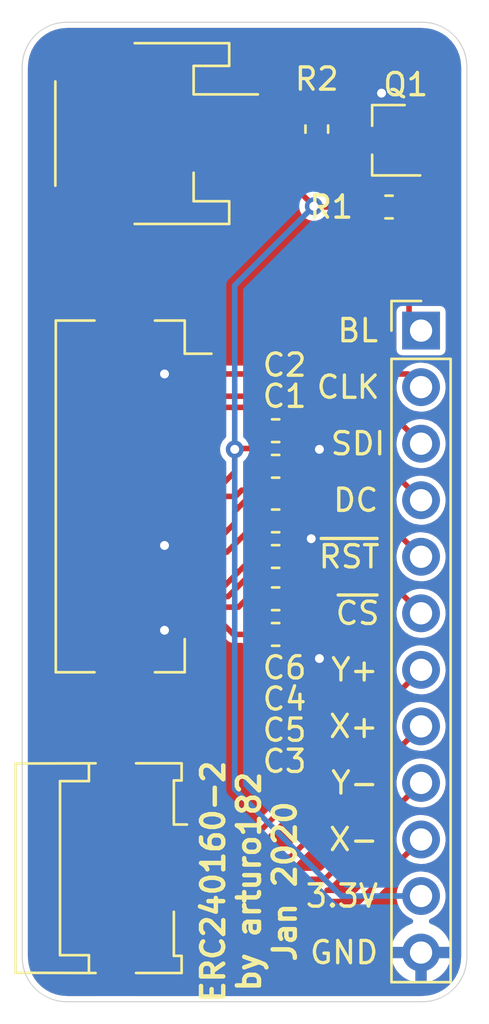
<source format=kicad_pcb>
(kicad_pcb (version 20190905) (host pcbnew "(5.99.0-222-g337244d42)")

  (general
    (thickness 1.6)
    (drawings 24)
    (tracks 110)
    (modules 13)
    (nets 26)
  )

  (page "A4")
  (layers
    (0 "F.Cu" signal)
    (31 "B.Cu" signal)
    (32 "B.Adhes" user)
    (33 "F.Adhes" user)
    (34 "B.Paste" user)
    (35 "F.Paste" user)
    (36 "B.SilkS" user)
    (37 "F.SilkS" user)
    (38 "B.Mask" user)
    (39 "F.Mask" user)
    (40 "Dwgs.User" user)
    (41 "Cmts.User" user)
    (42 "Eco1.User" user)
    (43 "Eco2.User" user)
    (44 "Edge.Cuts" user)
    (45 "Margin" user)
    (46 "B.CrtYd" user)
    (47 "F.CrtYd" user)
    (48 "B.Fab" user hide)
    (49 "F.Fab" user hide)
  )

  (setup
    (last_trace_width 0.25)
    (trace_clearance 0.2)
    (zone_clearance 0.254)
    (zone_45_only no)
    (trace_min 0.2)
    (via_size 0.8)
    (via_drill 0.4)
    (via_min_size 0.4)
    (via_min_drill 0.3)
    (uvia_size 0.3)
    (uvia_drill 0.1)
    (uvias_allowed no)
    (uvia_min_size 0.2)
    (uvia_min_drill 0.1)
    (max_error 0.005)
    (defaults
      (edge_clearance 0.01)
      (edge_cuts_line_width 0.05)
      (courtyard_line_width 0.05)
      (copper_line_width 0.2)
      (copper_text_dims (size 1.5 1.5) (thickness 0.3))
      (silk_line_width 0.12)
      (silk_text_dims (size 1 1) (thickness 0.15))
      (other_layers_line_width 0.1)
      (other_layers_text_dims (size 1 1) (thickness 0.15))
    )
    (pad_size 1.524 1.524)
    (pad_drill 0.762)
    (pad_to_mask_clearance 0.051)
    (solder_mask_min_width 0.25)
    (aux_axis_origin 0 0)
    (visible_elements FFFFFF7F)
    (pcbplotparams
      (layerselection 0x010fc_ffffffff)
      (usegerberextensions true)
      (usegerberattributes false)
      (usegerberadvancedattributes false)
      (creategerberjobfile false)
      (excludeedgelayer true)
      (linewidth 0.100000)
      (plotframeref false)
      (viasonmask false)
      (mode 1)
      (useauxorigin false)
      (hpglpennumber 1)
      (hpglpenspeed 20)
      (hpglpendiameter 15.000000)
      (psnegative false)
      (psa4output false)
      (plotreference true)
      (plotvalue true)
      (plotinvisibletext false)
      (padsonsilk false)
      (subtractmaskfromsilk false)
      (outputformat 1)
      (mirror false)
      (drillshape 0)
      (scaleselection 1)
      (outputdirectory "gerb")
    )
  )

  (net 0 "")
  (net 1 "GND")
  (net 2 "+3V3")
  (net 3 "Net-(C2-Pad1)")
  (net 4 "Net-(C3-Pad1)")
  (net 5 "Net-(C4-Pad2)")
  (net 6 "Net-(C4-Pad1)")
  (net 7 "Net-(C5-Pad1)")
  (net 8 "Net-(J1-Pad1)")
  (net 9 "Net-(U1-Pad9)")
  (net 10 "/TP_X-")
  (net 11 "/TP_Y-")
  (net 12 "/TP_X+")
  (net 13 "/TP_Y+")
  (net 14 "/DC")
  (net 15 "/SDI")
  (net 16 "/SCLK")
  (net 17 "/~CS~")
  (net 18 "/~RST~")
  (net 19 "/BL_CTRL")
  (net 20 "Net-(Q1-Pad3)")
  (net 21 "Net-(U1-Pad11)")
  (net 22 "Net-(U1-Pad10)")
  (net 23 "Net-(U1-Pad8)")
  (net 24 "Net-(U1-Pad7)")
  (net 25 "Net-(U1-Pad6)")

  (net_class "Default" "This is the default net class."
    (clearance 0.2)
    (trace_width 0.25)
    (via_dia 0.8)
    (via_drill 0.4)
    (uvia_dia 0.3)
    (uvia_drill 0.1)
    (add_net "+3V3")
    (add_net "/BL_CTRL")
    (add_net "/DC")
    (add_net "/SCLK")
    (add_net "/SDI")
    (add_net "/TP_X+")
    (add_net "/TP_X-")
    (add_net "/TP_Y+")
    (add_net "/TP_Y-")
    (add_net "/~CS~")
    (add_net "/~RST~")
    (add_net "GND")
    (add_net "Net-(C2-Pad1)")
    (add_net "Net-(C3-Pad1)")
    (add_net "Net-(C4-Pad1)")
    (add_net "Net-(C4-Pad2)")
    (add_net "Net-(C5-Pad1)")
    (add_net "Net-(J1-Pad1)")
    (add_net "Net-(Q1-Pad3)")
    (add_net "Net-(U1-Pad10)")
    (add_net "Net-(U1-Pad11)")
    (add_net "Net-(U1-Pad6)")
    (add_net "Net-(U1-Pad7)")
    (add_net "Net-(U1-Pad8)")
    (add_net "Net-(U1-Pad9)")
  )

  (module "Resistor_SMD:R_0603_1608Metric" (layer "F.Cu") (tedit 5B301BBD) (tstamp 5E20B30F)
    (at 150.25 76.8 -90)
    (descr "Resistor SMD 0603 (1608 Metric), square (rectangular) end terminal, IPC_7351 nominal, (Body size source: http://www.tortai-tech.com/upload/download/2011102023233369053.pdf), generated with kicad-footprint-generator")
    (tags "resistor")
    (path "/5CDEC50C")
    (attr smd)
    (fp_text reference "R2" (at -2.25 0 180) (layer "F.SilkS")
      (effects (font (size 1 1) (thickness 0.15)))
    )
    (fp_text value "150R" (at 0 1.43 90) (layer "F.Fab")
      (effects (font (size 1 1) (thickness 0.15)))
    )
    (fp_line (start -0.8 0.4) (end -0.8 -0.4) (layer "F.Fab") (width 0.1))
    (fp_line (start -0.8 -0.4) (end 0.8 -0.4) (layer "F.Fab") (width 0.1))
    (fp_line (start 0.8 -0.4) (end 0.8 0.4) (layer "F.Fab") (width 0.1))
    (fp_line (start 0.8 0.4) (end -0.8 0.4) (layer "F.Fab") (width 0.1))
    (fp_line (start -0.162779 -0.51) (end 0.162779 -0.51) (layer "F.SilkS") (width 0.12))
    (fp_line (start -0.162779 0.51) (end 0.162779 0.51) (layer "F.SilkS") (width 0.12))
    (fp_line (start -1.48 0.73) (end -1.48 -0.73) (layer "F.CrtYd") (width 0.05))
    (fp_line (start -1.48 -0.73) (end 1.48 -0.73) (layer "F.CrtYd") (width 0.05))
    (fp_line (start 1.48 -0.73) (end 1.48 0.73) (layer "F.CrtYd") (width 0.05))
    (fp_line (start 1.48 0.73) (end -1.48 0.73) (layer "F.CrtYd") (width 0.05))
    (fp_text user "%R" (at 0 0 90) (layer "F.Fab")
      (effects (font (size 0.4 0.4) (thickness 0.06)))
    )
    (pad "2" smd roundrect (at 0.7875 0 270) (size 0.875 0.95) (layers "F.Cu" "F.Paste" "F.Mask") (roundrect_rratio 0.25)
      (net 20 "Net-(Q1-Pad3)"))
    (pad "1" smd roundrect (at -0.7875 0 270) (size 0.875 0.95) (layers "F.Cu" "F.Paste" "F.Mask") (roundrect_rratio 0.25)
      (net 8 "Net-(J1-Pad1)"))
    (model "${KISYS3DMOD}/Resistor_SMD.3dshapes/R_0603_1608Metric.wrl"
      (at (xyz 0 0 0))
      (scale (xyz 1 1 1))
      (rotate (xyz 0 0 0))
    )
  )

  (module "Resistor_SMD:R_0603_1608Metric" (layer "F.Cu") (tedit 5B301BBD) (tstamp 5E20B2FE)
    (at 153.5 80.3 180)
    (descr "Resistor SMD 0603 (1608 Metric), square (rectangular) end terminal, IPC_7351 nominal, (Body size source: http://www.tortai-tech.com/upload/download/2011102023233369053.pdf), generated with kicad-footprint-generator")
    (tags "resistor")
    (path "/5CDF9A60")
    (attr smd)
    (fp_text reference "R1" (at 2.6 0) (layer "F.SilkS")
      (effects (font (size 1 1) (thickness 0.15)))
    )
    (fp_text value "10K" (at 0 1.43) (layer "F.Fab")
      (effects (font (size 1 1) (thickness 0.15)))
    )
    (fp_line (start -0.8 0.4) (end -0.8 -0.4) (layer "F.Fab") (width 0.1))
    (fp_line (start -0.8 -0.4) (end 0.8 -0.4) (layer "F.Fab") (width 0.1))
    (fp_line (start 0.8 -0.4) (end 0.8 0.4) (layer "F.Fab") (width 0.1))
    (fp_line (start 0.8 0.4) (end -0.8 0.4) (layer "F.Fab") (width 0.1))
    (fp_line (start -0.162779 -0.51) (end 0.162779 -0.51) (layer "F.SilkS") (width 0.12))
    (fp_line (start -0.162779 0.51) (end 0.162779 0.51) (layer "F.SilkS") (width 0.12))
    (fp_line (start -1.48 0.73) (end -1.48 -0.73) (layer "F.CrtYd") (width 0.05))
    (fp_line (start -1.48 -0.73) (end 1.48 -0.73) (layer "F.CrtYd") (width 0.05))
    (fp_line (start 1.48 -0.73) (end 1.48 0.73) (layer "F.CrtYd") (width 0.05))
    (fp_line (start 1.48 0.73) (end -1.48 0.73) (layer "F.CrtYd") (width 0.05))
    (fp_text user "%R" (at 0 0) (layer "F.Fab")
      (effects (font (size 0.4 0.4) (thickness 0.06)))
    )
    (pad "2" smd roundrect (at 0.7875 0 180) (size 0.875 0.95) (layers "F.Cu" "F.Paste" "F.Mask") (roundrect_rratio 0.25)
      (net 2 "+3V3"))
    (pad "1" smd roundrect (at -0.7875 0 180) (size 0.875 0.95) (layers "F.Cu" "F.Paste" "F.Mask") (roundrect_rratio 0.25)
      (net 19 "/BL_CTRL"))
    (model "${KISYS3DMOD}/Resistor_SMD.3dshapes/R_0603_1608Metric.wrl"
      (at (xyz 0 0 0))
      (scale (xyz 1 1 1))
      (rotate (xyz 0 0 0))
    )
  )

  (module "Package_TO_SOT_SMD:SOT-23" (layer "F.Cu") (tedit 5A02FF57) (tstamp 5E20B2ED)
    (at 153.5 77.3 180)
    (descr "SOT-23, Standard")
    (tags "SOT-23")
    (path "/5CDF9A4F")
    (attr smd)
    (fp_text reference "Q1" (at -0.75 2.5) (layer "F.SilkS")
      (effects (font (size 1 1) (thickness 0.15)))
    )
    (fp_text value "BSS138" (at 0 2.5) (layer "F.Fab")
      (effects (font (size 1 1) (thickness 0.15)))
    )
    (fp_text user "%R" (at 0 0 90) (layer "F.Fab")
      (effects (font (size 0.5 0.5) (thickness 0.075)))
    )
    (fp_line (start -0.7 -0.95) (end -0.7 1.5) (layer "F.Fab") (width 0.1))
    (fp_line (start -0.15 -1.52) (end 0.7 -1.52) (layer "F.Fab") (width 0.1))
    (fp_line (start -0.7 -0.95) (end -0.15 -1.52) (layer "F.Fab") (width 0.1))
    (fp_line (start 0.7 -1.52) (end 0.7 1.52) (layer "F.Fab") (width 0.1))
    (fp_line (start -0.7 1.52) (end 0.7 1.52) (layer "F.Fab") (width 0.1))
    (fp_line (start 0.76 1.58) (end 0.76 0.65) (layer "F.SilkS") (width 0.12))
    (fp_line (start 0.76 -1.58) (end 0.76 -0.65) (layer "F.SilkS") (width 0.12))
    (fp_line (start -1.7 -1.75) (end 1.7 -1.75) (layer "F.CrtYd") (width 0.05))
    (fp_line (start 1.7 -1.75) (end 1.7 1.75) (layer "F.CrtYd") (width 0.05))
    (fp_line (start 1.7 1.75) (end -1.7 1.75) (layer "F.CrtYd") (width 0.05))
    (fp_line (start -1.7 1.75) (end -1.7 -1.75) (layer "F.CrtYd") (width 0.05))
    (fp_line (start 0.76 -1.58) (end -1.4 -1.58) (layer "F.SilkS") (width 0.12))
    (fp_line (start 0.76 1.58) (end -0.7 1.58) (layer "F.SilkS") (width 0.12))
    (pad "3" smd rect (at 1 0 180) (size 0.9 0.8) (layers "F.Cu" "F.Paste" "F.Mask")
      (net 20 "Net-(Q1-Pad3)"))
    (pad "2" smd rect (at -1 0.95 180) (size 0.9 0.8) (layers "F.Cu" "F.Paste" "F.Mask")
      (net 1 "GND"))
    (pad "1" smd rect (at -1 -0.95 180) (size 0.9 0.8) (layers "F.Cu" "F.Paste" "F.Mask")
      (net 19 "/BL_CTRL"))
    (model "${KISYS3DMOD}/Package_TO_SOT_SMD.3dshapes/SOT-23.wrl"
      (at (xyz 0 0 0))
      (scale (xyz 1 1 1))
      (rotate (xyz 0 0 0))
    )
  )

  (module "Connector_PinHeader_2.54mm:PinHeader_1x12_P2.54mm_Vertical" (layer "F.Cu") (tedit 59FED5CC) (tstamp 5E20B5FB)
    (at 154.94 85.852)
    (descr "Through hole straight pin header, 1x12, 2.54mm pitch, single row")
    (tags "Through hole pin header THT 1x12 2.54mm single row")
    (path "/5E5683B2")
    (fp_text reference "J3" (at 0 -2.33) (layer "F.SilkS") hide
      (effects (font (size 1 1) (thickness 0.15)))
    )
    (fp_text value "Conn_01x12" (at 0 30.27) (layer "F.Fab")
      (effects (font (size 1 1) (thickness 0.15)))
    )
    (fp_line (start -0.635 -1.27) (end 1.27 -1.27) (layer "F.Fab") (width 0.1))
    (fp_line (start 1.27 -1.27) (end 1.27 29.21) (layer "F.Fab") (width 0.1))
    (fp_line (start 1.27 29.21) (end -1.27 29.21) (layer "F.Fab") (width 0.1))
    (fp_line (start -1.27 29.21) (end -1.27 -0.635) (layer "F.Fab") (width 0.1))
    (fp_line (start -1.27 -0.635) (end -0.635 -1.27) (layer "F.Fab") (width 0.1))
    (fp_line (start -1.33 29.27) (end 1.33 29.27) (layer "F.SilkS") (width 0.12))
    (fp_line (start -1.33 1.27) (end -1.33 29.27) (layer "F.SilkS") (width 0.12))
    (fp_line (start 1.33 1.27) (end 1.33 29.27) (layer "F.SilkS") (width 0.12))
    (fp_line (start -1.33 1.27) (end 1.33 1.27) (layer "F.SilkS") (width 0.12))
    (fp_line (start -1.33 0) (end -1.33 -1.33) (layer "F.SilkS") (width 0.12))
    (fp_line (start -1.33 -1.33) (end 0 -1.33) (layer "F.SilkS") (width 0.12))
    (fp_line (start -1.8 -1.8) (end -1.8 29.75) (layer "F.CrtYd") (width 0.05))
    (fp_line (start -1.8 29.75) (end 1.8 29.75) (layer "F.CrtYd") (width 0.05))
    (fp_line (start 1.8 29.75) (end 1.8 -1.8) (layer "F.CrtYd") (width 0.05))
    (fp_line (start 1.8 -1.8) (end -1.8 -1.8) (layer "F.CrtYd") (width 0.05))
    (fp_text user "%R" (at 0 13.97 90) (layer "F.Fab")
      (effects (font (size 1 1) (thickness 0.15)))
    )
    (pad "12" thru_hole oval (at 0 27.94) (size 1.7 1.7) (drill 1) (layers *.Cu *.Mask)
      (net 1 "GND"))
    (pad "11" thru_hole oval (at 0 25.4) (size 1.7 1.7) (drill 1) (layers *.Cu *.Mask)
      (net 2 "+3V3"))
    (pad "10" thru_hole oval (at 0 22.86) (size 1.7 1.7) (drill 1) (layers *.Cu *.Mask)
      (net 10 "/TP_X-"))
    (pad "9" thru_hole oval (at 0 20.32) (size 1.7 1.7) (drill 1) (layers *.Cu *.Mask)
      (net 11 "/TP_Y-"))
    (pad "8" thru_hole oval (at 0 17.78) (size 1.7 1.7) (drill 1) (layers *.Cu *.Mask)
      (net 12 "/TP_X+"))
    (pad "7" thru_hole oval (at 0 15.24) (size 1.7 1.7) (drill 1) (layers *.Cu *.Mask)
      (net 13 "/TP_Y+"))
    (pad "6" thru_hole oval (at 0 12.7) (size 1.7 1.7) (drill 1) (layers *.Cu *.Mask)
      (net 17 "/~CS~"))
    (pad "5" thru_hole oval (at 0 10.16) (size 1.7 1.7) (drill 1) (layers *.Cu *.Mask)
      (net 18 "/~RST~"))
    (pad "4" thru_hole oval (at 0 7.62) (size 1.7 1.7) (drill 1) (layers *.Cu *.Mask)
      (net 14 "/DC"))
    (pad "3" thru_hole oval (at 0 5.08) (size 1.7 1.7) (drill 1) (layers *.Cu *.Mask)
      (net 15 "/SDI"))
    (pad "2" thru_hole oval (at 0 2.54) (size 1.7 1.7) (drill 1) (layers *.Cu *.Mask)
      (net 16 "/SCLK"))
    (pad "1" thru_hole rect (at 0 0) (size 1.7 1.7) (drill 1) (layers *.Cu *.Mask)
      (net 19 "/BL_CTRL"))
    (model "${KISYS3DMOD}/Connector_PinHeader_2.54mm.3dshapes/PinHeader_1x12_P2.54mm_Vertical.wrl"
      (at (xyz 0 0 0))
      (scale (xyz 1 1 1))
      (rotate (xyz 0 0 0))
    )
  )

  (module "Capacitor_SMD:C_0603_1608Metric" (layer "F.Cu") (tedit 5B301BBE) (tstamp 5E20ABCF)
    (at 148.4 94.4)
    (descr "Capacitor SMD 0603 (1608 Metric), square (rectangular) end terminal, IPC_7351 nominal, (Body size source: http://www.tortai-tech.com/upload/download/2011102023233369053.pdf), generated with kicad-footprint-generator")
    (tags "capacitor")
    (path "/5E54A266")
    (attr smd)
    (fp_text reference "C6" (at 0.4 6.6) (layer "F.SilkS")
      (effects (font (size 1 1) (thickness 0.15)))
    )
    (fp_text value "1uF" (at 0 1.43) (layer "F.Fab")
      (effects (font (size 1 1) (thickness 0.15)))
    )
    (fp_line (start -0.8 0.4) (end -0.8 -0.4) (layer "F.Fab") (width 0.1))
    (fp_line (start -0.8 -0.4) (end 0.8 -0.4) (layer "F.Fab") (width 0.1))
    (fp_line (start 0.8 -0.4) (end 0.8 0.4) (layer "F.Fab") (width 0.1))
    (fp_line (start 0.8 0.4) (end -0.8 0.4) (layer "F.Fab") (width 0.1))
    (fp_line (start -0.162779 -0.51) (end 0.162779 -0.51) (layer "F.SilkS") (width 0.12))
    (fp_line (start -0.162779 0.51) (end 0.162779 0.51) (layer "F.SilkS") (width 0.12))
    (fp_line (start -1.48 0.73) (end -1.48 -0.73) (layer "F.CrtYd") (width 0.05))
    (fp_line (start -1.48 -0.73) (end 1.48 -0.73) (layer "F.CrtYd") (width 0.05))
    (fp_line (start 1.48 -0.73) (end 1.48 0.73) (layer "F.CrtYd") (width 0.05))
    (fp_line (start 1.48 0.73) (end -1.48 0.73) (layer "F.CrtYd") (width 0.05))
    (fp_text user "%R" (at 0 0) (layer "F.Fab")
      (effects (font (size 0.4 0.4) (thickness 0.06)))
    )
    (pad "2" smd roundrect (at 0.7875 0) (size 0.875 0.95) (layers "F.Cu" "F.Paste" "F.Mask") (roundrect_rratio 0.25)
      (net 1 "GND"))
    (pad "1" smd roundrect (at -0.7875 0) (size 0.875 0.95) (layers "F.Cu" "F.Paste" "F.Mask") (roundrect_rratio 0.25)
      (net 7 "Net-(C5-Pad1)"))
    (model "${KISYS3DMOD}/Capacitor_SMD.3dshapes/C_0603_1608Metric.wrl"
      (at (xyz 0 0 0))
      (scale (xyz 1 1 1))
      (rotate (xyz 0 0 0))
    )
  )

  (module "Connector_FFC-FPC:Molex_200528-0040_1x04-1MP_P1.00mm_Horizontal" (layer "F.Cu") (tedit 5C60BCA5) (tstamp 5E207E86)
    (at 143 110 -90)
    (descr "Molex Molex 1.00mm Pitch Easy-On BackFlip, Right-Angle, Bottom Contact FFC/FPC, 200528-0040, 4 Circuits (https://www.molex.com/pdm_docs/sd/2005280040_sd.pdf), generated with kicad-footprint-generator")
    (tags "connector Molex  top entry")
    (path "/5E55C82F")
    (attr smd)
    (fp_text reference "J2" (at -5.6 -0.2 180) (layer "F.SilkS") hide
      (effects (font (size 1 1) (thickness 0.15)))
    )
    (fp_text value "Conn_Touch" (at 0 5.39 90) (layer "F.Fab")
      (effects (font (size 1 1) (thickness 0.15)))
    )
    (fp_line (start 4.05 -1.06) (end 4.05 -0.71) (layer "F.Fab") (width 0.1))
    (fp_line (start 4.05 -0.71) (end -4.05 -0.71) (layer "F.Fab") (width 0.1))
    (fp_line (start -4.05 -0.71) (end -4.05 -1.06) (layer "F.Fab") (width 0.1))
    (fp_line (start -4.05 -1.06) (end -4.6 -1.06) (layer "F.Fab") (width 0.1))
    (fp_line (start -4.6 -1.06) (end -4.6 2.89) (layer "F.Fab") (width 0.1))
    (fp_line (start -4.6 2.89) (end 4.6 2.89) (layer "F.Fab") (width 0.1))
    (fp_line (start 4.6 2.89) (end 4.6 -1.06) (layer "F.Fab") (width 0.1))
    (fp_line (start 4.6 -1.06) (end 4.05 -1.06) (layer "F.Fab") (width 0.1))
    (fp_line (start -2 -0.71) (end -1.5 0.04) (layer "F.Fab") (width 0.1))
    (fp_line (start -1.5 0.04) (end -1 -0.71) (layer "F.Fab") (width 0.1))
    (fp_line (start 3.8 0.19) (end -3.8 0.19) (layer "F.Fab") (width 0.1))
    (fp_line (start -3.8 0.19) (end -3.8 4.19) (layer "F.Fab") (width 0.1))
    (fp_line (start -3.8 4.19) (end 3.8 4.19) (layer "F.Fab") (width 0.1))
    (fp_line (start 3.8 4.19) (end 3.8 0.19) (layer "F.Fab") (width 0.1))
    (fp_line (start -1.96 -1.41) (end -1.96 -0.82) (layer "F.SilkS") (width 0.12))
    (fp_line (start -1.96 -0.82) (end -3.94 -0.82) (layer "F.SilkS") (width 0.12))
    (fp_line (start -3.94 -0.82) (end -3.94 -1.17) (layer "F.SilkS") (width 0.12))
    (fp_line (start -3.94 -1.17) (end -4.71 -1.17) (layer "F.SilkS") (width 0.12))
    (fp_line (start -4.71 -1.17) (end -4.71 0.88) (layer "F.SilkS") (width 0.12))
    (fp_line (start -4.71 2.7) (end -4.71 3) (layer "F.SilkS") (width 0.12))
    (fp_line (start -4.71 3) (end -3.91 3) (layer "F.SilkS") (width 0.12))
    (fp_line (start -3.91 3) (end -3.91 4.3) (layer "F.SilkS") (width 0.12))
    (fp_line (start -3.91 4.3) (end 3.91 4.3) (layer "F.SilkS") (width 0.12))
    (fp_line (start 3.91 4.3) (end 3.91 3) (layer "F.SilkS") (width 0.12))
    (fp_line (start 3.91 3) (end 4.71 3) (layer "F.SilkS") (width 0.12))
    (fp_line (start 4.71 3) (end 4.71 2.7) (layer "F.SilkS") (width 0.12))
    (fp_line (start 4.71 0.88) (end 4.71 -1.17) (layer "F.SilkS") (width 0.12))
    (fp_line (start 4.71 -1.17) (end 3.94 -1.17) (layer "F.SilkS") (width 0.12))
    (fp_line (start 3.94 -1.17) (end 3.94 -0.82) (layer "F.SilkS") (width 0.12))
    (fp_line (start 3.94 -0.82) (end 1.96 -0.82) (layer "F.SilkS") (width 0.12))
    (fp_line (start -5.8 -1.91) (end -5.8 4.69) (layer "F.CrtYd") (width 0.05))
    (fp_line (start -5.8 4.69) (end 5.8 4.69) (layer "F.CrtYd") (width 0.05))
    (fp_line (start 5.8 4.69) (end 5.8 -1.91) (layer "F.CrtYd") (width 0.05))
    (fp_line (start 5.8 -1.91) (end -5.8 -1.91) (layer "F.CrtYd") (width 0.05))
    (fp_text user "%R" (at 0 1.39 90) (layer "F.Fab")
      (effects (font (size 1 1) (thickness 0.15)))
    )
    (pad "4" smd rect (at 1.5 -0.91 270) (size 0.4 1) (layers "F.Cu" "F.Paste" "F.Mask")
      (net 10 "/TP_X-"))
    (pad "3" smd rect (at 0.5 -0.91 270) (size 0.4 1) (layers "F.Cu" "F.Paste" "F.Mask")
      (net 11 "/TP_Y-"))
    (pad "2" smd rect (at -0.5 -0.91 270) (size 0.4 1) (layers "F.Cu" "F.Paste" "F.Mask")
      (net 12 "/TP_X+"))
    (pad "1" smd rect (at -1.5 -0.91 270) (size 0.4 1) (layers "F.Cu" "F.Paste" "F.Mask")
      (net 13 "/TP_Y+"))
    (pad "MP" smd rect (at 4.3 1.79 270) (size 2 1.3) (layers "F.Cu" "F.Paste" "F.Mask"))
    (pad "MP" smd rect (at -4.3 1.79 270) (size 2 1.3) (layers "F.Cu" "F.Paste" "F.Mask"))
    (model "${KISYS3DMOD}/Connector_FFC-FPC.3dshapes/Molex_200528-0040_1x04-1MP_P1.00mm_Horizontal.wrl"
      (at (xyz 0 0 0))
      (scale (xyz 1 1 1))
      (rotate (xyz 0 0 0))
    )
  )

  (module "Connector_FFC-FPC:Hirose_FH12-25S-0.5SH_1x25-1MP_P0.50mm_Horizontal" (layer "F.Cu") (tedit 5D24667B) (tstamp 5E205E0D)
    (at 143.01 93.3 -90)
    (descr "Hirose FH12, FFC/FPC connector, FH12-25S-0.5SH, 25 Pins per row (https://www.hirose.com/product/en/products/FH12/FH12-24S-0.5SH(55)/), generated with kicad-footprint-generator")
    (tags "connector Hirose FH12 horizontal")
    (path "/5E52E032")
    (attr smd)
    (fp_text reference "U1" (at -8.7 -0.99 180) (layer "F.SilkS") hide
      (effects (font (size 1 1) (thickness 0.15)))
    )
    (fp_text value "ERC240160-2" (at 0 5.6 90) (layer "F.Fab")
      (effects (font (size 1 1) (thickness 0.15)))
    )
    (fp_line (start 0 -1.2) (end -7.8 -1.2) (layer "F.Fab") (width 0.1))
    (fp_line (start -7.8 -1.2) (end -7.8 3.4) (layer "F.Fab") (width 0.1))
    (fp_line (start -7.8 3.4) (end -7.2 3.4) (layer "F.Fab") (width 0.1))
    (fp_line (start -7.2 3.4) (end -7.2 3.7) (layer "F.Fab") (width 0.1))
    (fp_line (start -7.2 3.7) (end -7.7 3.7) (layer "F.Fab") (width 0.1))
    (fp_line (start -7.7 3.7) (end -7.7 4.4) (layer "F.Fab") (width 0.1))
    (fp_line (start -7.7 4.4) (end 0 4.4) (layer "F.Fab") (width 0.1))
    (fp_line (start 0 -1.2) (end 7.8 -1.2) (layer "F.Fab") (width 0.1))
    (fp_line (start 7.8 -1.2) (end 7.8 3.4) (layer "F.Fab") (width 0.1))
    (fp_line (start 7.8 3.4) (end 7.2 3.4) (layer "F.Fab") (width 0.1))
    (fp_line (start 7.2 3.4) (end 7.2 3.7) (layer "F.Fab") (width 0.1))
    (fp_line (start 7.2 3.7) (end 7.7 3.7) (layer "F.Fab") (width 0.1))
    (fp_line (start 7.7 3.7) (end 7.7 4.4) (layer "F.Fab") (width 0.1))
    (fp_line (start 7.7 4.4) (end 0 4.4) (layer "F.Fab") (width 0.1))
    (fp_line (start -6.41 -1.3) (end -7.9 -1.3) (layer "F.SilkS") (width 0.12))
    (fp_line (start -7.9 -1.3) (end -7.9 0.04) (layer "F.SilkS") (width 0.12))
    (fp_line (start 6.41 -1.3) (end 7.9 -1.3) (layer "F.SilkS") (width 0.12))
    (fp_line (start 7.9 -1.3) (end 7.9 0.04) (layer "F.SilkS") (width 0.12))
    (fp_line (start -7.9 2.76) (end -7.9 4.5) (layer "F.SilkS") (width 0.12))
    (fp_line (start -7.9 4.5) (end 7.9 4.5) (layer "F.SilkS") (width 0.12))
    (fp_line (start 7.9 4.5) (end 7.9 2.76) (layer "F.SilkS") (width 0.12))
    (fp_line (start -6.41 -1.3) (end -6.41 -2.5) (layer "F.SilkS") (width 0.12))
    (fp_line (start -6.5 -1.2) (end -6 -0.492893) (layer "F.Fab") (width 0.1))
    (fp_line (start -6 -0.492893) (end -5.5 -1.2) (layer "F.Fab") (width 0.1))
    (fp_line (start -9.3 -3) (end -9.3 4.9) (layer "F.CrtYd") (width 0.05))
    (fp_line (start -9.3 4.9) (end 9.3 4.9) (layer "F.CrtYd") (width 0.05))
    (fp_line (start 9.3 4.9) (end 9.3 -3) (layer "F.CrtYd") (width 0.05))
    (fp_line (start 9.3 -3) (end -9.3 -3) (layer "F.CrtYd") (width 0.05))
    (fp_text user "%R" (at 0 3.7 90) (layer "F.Fab")
      (effects (font (size 1 1) (thickness 0.15)))
    )
    (pad "25" smd rect (at 6 -1.85 270) (size 0.3 1.3) (layers "F.Cu" "F.Paste" "F.Mask")
      (net 1 "GND"))
    (pad "24" smd rect (at 5.5 -1.85 270) (size 0.3 1.3) (layers "F.Cu" "F.Paste" "F.Mask")
      (net 3 "Net-(C2-Pad1)"))
    (pad "23" smd rect (at 5 -1.85 270) (size 0.3 1.3) (layers "F.Cu" "F.Paste" "F.Mask")
      (net 6 "Net-(C4-Pad1)"))
    (pad "22" smd rect (at 4.5 -1.85 270) (size 0.3 1.3) (layers "F.Cu" "F.Paste" "F.Mask")
      (net 5 "Net-(C4-Pad2)"))
    (pad "21" smd rect (at 4 -1.85 270) (size 0.3 1.3) (layers "F.Cu" "F.Paste" "F.Mask")
      (net 4 "Net-(C3-Pad1)"))
    (pad "20" smd rect (at 3.5 -1.85 270) (size 0.3 1.3) (layers "F.Cu" "F.Paste" "F.Mask")
      (net 2 "+3V3"))
    (pad "19" smd rect (at 3 -1.85 270) (size 0.3 1.3) (layers "F.Cu" "F.Paste" "F.Mask")
      (net 1 "GND"))
    (pad "18" smd rect (at 2.5 -1.85 270) (size 0.3 1.3) (layers "F.Cu" "F.Paste" "F.Mask")
      (net 7 "Net-(C5-Pad1)"))
    (pad "17" smd rect (at 2 -1.85 270) (size 0.3 1.3) (layers "F.Cu" "F.Paste" "F.Mask")
      (net 17 "/~CS~"))
    (pad "16" smd rect (at 1.5 -1.85 270) (size 0.3 1.3) (layers "F.Cu" "F.Paste" "F.Mask")
      (net 1 "GND"))
    (pad "15" smd rect (at 1 -1.85 270) (size 0.3 1.3) (layers "F.Cu" "F.Paste" "F.Mask")
      (net 2 "+3V3"))
    (pad "14" smd rect (at 0.5 -1.85 270) (size 0.3 1.3) (layers "F.Cu" "F.Paste" "F.Mask")
      (net 2 "+3V3"))
    (pad "13" smd rect (at 0 -1.85 270) (size 0.3 1.3) (layers "F.Cu" "F.Paste" "F.Mask")
      (net 18 "/~RST~"))
    (pad "12" smd rect (at -0.5 -1.85 270) (size 0.3 1.3) (layers "F.Cu" "F.Paste" "F.Mask")
      (net 2 "+3V3"))
    (pad "11" smd rect (at -1 -1.85 270) (size 0.3 1.3) (layers "F.Cu" "F.Paste" "F.Mask")
      (net 21 "Net-(U1-Pad11)"))
    (pad "10" smd rect (at -1.5 -1.85 270) (size 0.3 1.3) (layers "F.Cu" "F.Paste" "F.Mask")
      (net 22 "Net-(U1-Pad10)"))
    (pad "9" smd rect (at -2 -1.85 270) (size 0.3 1.3) (layers "F.Cu" "F.Paste" "F.Mask")
      (net 9 "Net-(U1-Pad9)"))
    (pad "8" smd rect (at -2.5 -1.85 270) (size 0.3 1.3) (layers "F.Cu" "F.Paste" "F.Mask")
      (net 23 "Net-(U1-Pad8)"))
    (pad "7" smd rect (at -3 -1.85 270) (size 0.3 1.3) (layers "F.Cu" "F.Paste" "F.Mask")
      (net 24 "Net-(U1-Pad7)"))
    (pad "6" smd rect (at -3.5 -1.85 270) (size 0.3 1.3) (layers "F.Cu" "F.Paste" "F.Mask")
      (net 25 "Net-(U1-Pad6)"))
    (pad "5" smd rect (at -4 -1.85 270) (size 0.3 1.3) (layers "F.Cu" "F.Paste" "F.Mask")
      (net 14 "/DC"))
    (pad "4" smd rect (at -4.5 -1.85 270) (size 0.3 1.3) (layers "F.Cu" "F.Paste" "F.Mask")
      (net 15 "/SDI"))
    (pad "3" smd rect (at -5 -1.85 270) (size 0.3 1.3) (layers "F.Cu" "F.Paste" "F.Mask")
      (net 1 "GND"))
    (pad "2" smd rect (at -5.5 -1.85 270) (size 0.3 1.3) (layers "F.Cu" "F.Paste" "F.Mask")
      (net 16 "/SCLK"))
    (pad "1" smd rect (at -6 -1.85 270) (size 0.3 1.3) (layers "F.Cu" "F.Paste" "F.Mask")
      (net 1 "GND"))
    (pad "MP" smd rect (at -7.9 1.4 270) (size 1.8 2.2) (layers "F.Cu" "F.Paste" "F.Mask"))
    (pad "MP" smd rect (at 7.9 1.4 270) (size 1.8 2.2) (layers "F.Cu" "F.Paste" "F.Mask"))
    (model "${KISYS3DMOD}/Connector_FFC-FPC.3dshapes/Hirose_FH12-25S-0.5SH_1x25-1MP_P0.50mm_Horizontal.wrl"
      (at (xyz 0 0 0))
      (scale (xyz 1 1 1))
      (rotate (xyz 0 0 0))
    )
  )

  (module "Connector_JST:JST_PH_S2B-PH-SM4-TB_1x02-1MP_P2.00mm_Horizontal" (layer "F.Cu") (tedit 5B78AD87) (tstamp 5E205DD1)
    (at 143 77 -90)
    (descr "JST PH series connector, S2B-PH-SM4-TB (http://www.jst-mfg.com/product/pdf/eng/ePH.pdf), generated with kicad-footprint-generator")
    (tags "connector JST PH top entry")
    (path "/5E552D71")
    (attr smd)
    (fp_text reference "J1" (at -2.8 -4.2 180) (layer "F.SilkS") hide
      (effects (font (size 1 1) (thickness 0.15)))
    )
    (fp_text value "Conn_Backlight" (at 0 5.8 90) (layer "F.Fab")
      (effects (font (size 1 1) (thickness 0.15)))
    )
    (fp_line (start -3.95 -3.2) (end -3.15 -3.2) (layer "F.Fab") (width 0.1))
    (fp_line (start -3.15 -3.2) (end -3.15 -1.6) (layer "F.Fab") (width 0.1))
    (fp_line (start -3.15 -1.6) (end 3.15 -1.6) (layer "F.Fab") (width 0.1))
    (fp_line (start 3.15 -1.6) (end 3.15 -3.2) (layer "F.Fab") (width 0.1))
    (fp_line (start 3.15 -3.2) (end 3.95 -3.2) (layer "F.Fab") (width 0.1))
    (fp_line (start -4.06 0.94) (end -4.06 -3.31) (layer "F.SilkS") (width 0.12))
    (fp_line (start -4.06 -3.31) (end -3.04 -3.31) (layer "F.SilkS") (width 0.12))
    (fp_line (start -3.04 -3.31) (end -3.04 -1.71) (layer "F.SilkS") (width 0.12))
    (fp_line (start -3.04 -1.71) (end -1.76 -1.71) (layer "F.SilkS") (width 0.12))
    (fp_line (start -1.76 -1.71) (end -1.76 -4.6) (layer "F.SilkS") (width 0.12))
    (fp_line (start 4.06 0.94) (end 4.06 -3.31) (layer "F.SilkS") (width 0.12))
    (fp_line (start 4.06 -3.31) (end 3.04 -3.31) (layer "F.SilkS") (width 0.12))
    (fp_line (start 3.04 -3.31) (end 3.04 -1.71) (layer "F.SilkS") (width 0.12))
    (fp_line (start 3.04 -1.71) (end 1.76 -1.71) (layer "F.SilkS") (width 0.12))
    (fp_line (start -2.34 4.51) (end 2.34 4.51) (layer "F.SilkS") (width 0.12))
    (fp_line (start -3.95 4.4) (end 3.95 4.4) (layer "F.Fab") (width 0.1))
    (fp_line (start -3.95 -3.2) (end -3.95 4.4) (layer "F.Fab") (width 0.1))
    (fp_line (start 3.95 -3.2) (end 3.95 4.4) (layer "F.Fab") (width 0.1))
    (fp_line (start -4.6 -5.1) (end -4.6 5.1) (layer "F.CrtYd") (width 0.05))
    (fp_line (start -4.6 5.1) (end 4.6 5.1) (layer "F.CrtYd") (width 0.05))
    (fp_line (start 4.6 5.1) (end 4.6 -5.1) (layer "F.CrtYd") (width 0.05))
    (fp_line (start 4.6 -5.1) (end -4.6 -5.1) (layer "F.CrtYd") (width 0.05))
    (fp_line (start -1.5 -1.6) (end -1 -0.892893) (layer "F.Fab") (width 0.1))
    (fp_line (start -1 -0.892893) (end -0.5 -1.6) (layer "F.Fab") (width 0.1))
    (fp_text user "%R" (at 0 1.5 90) (layer "F.Fab")
      (effects (font (size 1 1) (thickness 0.15)))
    )
    (pad "MP" smd roundrect (at 3.35 2.9 270) (size 1.5 3.4) (layers "F.Cu" "F.Paste" "F.Mask") (roundrect_rratio 0.166667))
    (pad "MP" smd roundrect (at -3.35 2.9 270) (size 1.5 3.4) (layers "F.Cu" "F.Paste" "F.Mask") (roundrect_rratio 0.166667))
    (pad "2" smd roundrect (at 1 -2.85 270) (size 1 3.5) (layers "F.Cu" "F.Paste" "F.Mask") (roundrect_rratio 0.25)
      (net 2 "+3V3"))
    (pad "1" smd roundrect (at -1 -2.85 270) (size 1 3.5) (layers "F.Cu" "F.Paste" "F.Mask") (roundrect_rratio 0.25)
      (net 8 "Net-(J1-Pad1)"))
    (model "${KIPRJMOD}/modules/packages3D/Connector.3dshapes/S2B-PH-SM4-TB.step"
      (at (xyz 0 0 0))
      (scale (xyz 1 1 1))
      (rotate (xyz 0 0 0))
    )
  )

  (module "Capacitor_SMD:C_0603_1608Metric" (layer "F.Cu") (tedit 5B301BBE) (tstamp 5E20C052)
    (at 148.4 97.9)
    (descr "Capacitor SMD 0603 (1608 Metric), square (rectangular) end terminal, IPC_7351 nominal, (Body size source: http://www.tortai-tech.com/upload/download/2011102023233369053.pdf), generated with kicad-footprint-generator")
    (tags "capacitor")
    (path "/5E53D473")
    (attr smd)
    (fp_text reference "C5" (at 0.4 5.9) (layer "F.SilkS")
      (effects (font (size 1 1) (thickness 0.15)))
    )
    (fp_text value "1uF" (at 0 1.43) (layer "F.Fab")
      (effects (font (size 1 1) (thickness 0.15)))
    )
    (fp_line (start -0.8 0.4) (end -0.8 -0.4) (layer "F.Fab") (width 0.1))
    (fp_line (start -0.8 -0.4) (end 0.8 -0.4) (layer "F.Fab") (width 0.1))
    (fp_line (start 0.8 -0.4) (end 0.8 0.4) (layer "F.Fab") (width 0.1))
    (fp_line (start 0.8 0.4) (end -0.8 0.4) (layer "F.Fab") (width 0.1))
    (fp_line (start -0.162779 -0.51) (end 0.162779 -0.51) (layer "F.SilkS") (width 0.12))
    (fp_line (start -0.162779 0.51) (end 0.162779 0.51) (layer "F.SilkS") (width 0.12))
    (fp_line (start -1.48 0.73) (end -1.48 -0.73) (layer "F.CrtYd") (width 0.05))
    (fp_line (start -1.48 -0.73) (end 1.48 -0.73) (layer "F.CrtYd") (width 0.05))
    (fp_line (start 1.48 -0.73) (end 1.48 0.73) (layer "F.CrtYd") (width 0.05))
    (fp_line (start 1.48 0.73) (end -1.48 0.73) (layer "F.CrtYd") (width 0.05))
    (fp_text user "%R" (at 0 0) (layer "F.Fab")
      (effects (font (size 0.4 0.4) (thickness 0.06)))
    )
    (pad "2" smd roundrect (at 0.7875 0) (size 0.875 0.95) (layers "F.Cu" "F.Paste" "F.Mask") (roundrect_rratio 0.25)
      (net 5 "Net-(C4-Pad2)"))
    (pad "1" smd roundrect (at -0.7875 0) (size 0.875 0.95) (layers "F.Cu" "F.Paste" "F.Mask") (roundrect_rratio 0.25)
      (net 6 "Net-(C4-Pad1)"))
    (model "${KISYS3DMOD}/Capacitor_SMD.3dshapes/C_0603_1608Metric.wrl"
      (at (xyz 0 0 0))
      (scale (xyz 1 1 1))
      (rotate (xyz 0 0 0))
    )
  )

  (module "Capacitor_SMD:C_0603_1608Metric" (layer "F.Cu") (tedit 5B301BBE) (tstamp 5E205D9F)
    (at 148.4 96)
    (descr "Capacitor SMD 0603 (1608 Metric), square (rectangular) end terminal, IPC_7351 nominal, (Body size source: http://www.tortai-tech.com/upload/download/2011102023233369053.pdf), generated with kicad-footprint-generator")
    (tags "capacitor")
    (path "/5E53B353")
    (attr smd)
    (fp_text reference "C4" (at 0.4 6.4) (layer "F.SilkS")
      (effects (font (size 1 1) (thickness 0.15)))
    )
    (fp_text value "1uF" (at 0 1.43) (layer "F.Fab")
      (effects (font (size 1 1) (thickness 0.15)))
    )
    (fp_line (start -0.8 0.4) (end -0.8 -0.4) (layer "F.Fab") (width 0.1))
    (fp_line (start -0.8 -0.4) (end 0.8 -0.4) (layer "F.Fab") (width 0.1))
    (fp_line (start 0.8 -0.4) (end 0.8 0.4) (layer "F.Fab") (width 0.1))
    (fp_line (start 0.8 0.4) (end -0.8 0.4) (layer "F.Fab") (width 0.1))
    (fp_line (start -0.162779 -0.51) (end 0.162779 -0.51) (layer "F.SilkS") (width 0.12))
    (fp_line (start -0.162779 0.51) (end 0.162779 0.51) (layer "F.SilkS") (width 0.12))
    (fp_line (start -1.48 0.73) (end -1.48 -0.73) (layer "F.CrtYd") (width 0.05))
    (fp_line (start -1.48 -0.73) (end 1.48 -0.73) (layer "F.CrtYd") (width 0.05))
    (fp_line (start 1.48 -0.73) (end 1.48 0.73) (layer "F.CrtYd") (width 0.05))
    (fp_line (start 1.48 0.73) (end -1.48 0.73) (layer "F.CrtYd") (width 0.05))
    (fp_text user "%R" (at 0 0) (layer "F.Fab")
      (effects (font (size 0.4 0.4) (thickness 0.06)))
    )
    (pad "2" smd roundrect (at 0.7875 0) (size 0.875 0.95) (layers "F.Cu" "F.Paste" "F.Mask") (roundrect_rratio 0.25)
      (net 1 "GND"))
    (pad "1" smd roundrect (at -0.7875 0) (size 0.875 0.95) (layers "F.Cu" "F.Paste" "F.Mask") (roundrect_rratio 0.25)
      (net 4 "Net-(C3-Pad1)"))
    (model "${KISYS3DMOD}/Capacitor_SMD.3dshapes/C_0603_1608Metric.wrl"
      (at (xyz 0 0 0))
      (scale (xyz 1 1 1))
      (rotate (xyz 0 0 0))
    )
  )

  (module "Capacitor_SMD:C_0603_1608Metric" (layer "F.Cu") (tedit 5B301BBE) (tstamp 5E20DB18)
    (at 148.4 99.5)
    (descr "Capacitor SMD 0603 (1608 Metric), square (rectangular) end terminal, IPC_7351 nominal, (Body size source: http://www.tortai-tech.com/upload/download/2011102023233369053.pdf), generated with kicad-footprint-generator")
    (tags "capacitor")
    (path "/5E5388B4")
    (attr smd)
    (fp_text reference "C3" (at 0.4 5.7) (layer "F.SilkS")
      (effects (font (size 1 1) (thickness 0.15)))
    )
    (fp_text value "1uF" (at 0 1.43) (layer "F.Fab")
      (effects (font (size 1 1) (thickness 0.15)))
    )
    (fp_line (start -0.8 0.4) (end -0.8 -0.4) (layer "F.Fab") (width 0.1))
    (fp_line (start -0.8 -0.4) (end 0.8 -0.4) (layer "F.Fab") (width 0.1))
    (fp_line (start 0.8 -0.4) (end 0.8 0.4) (layer "F.Fab") (width 0.1))
    (fp_line (start 0.8 0.4) (end -0.8 0.4) (layer "F.Fab") (width 0.1))
    (fp_line (start -0.162779 -0.51) (end 0.162779 -0.51) (layer "F.SilkS") (width 0.12))
    (fp_line (start -0.162779 0.51) (end 0.162779 0.51) (layer "F.SilkS") (width 0.12))
    (fp_line (start -1.48 0.73) (end -1.48 -0.73) (layer "F.CrtYd") (width 0.05))
    (fp_line (start -1.48 -0.73) (end 1.48 -0.73) (layer "F.CrtYd") (width 0.05))
    (fp_line (start 1.48 -0.73) (end 1.48 0.73) (layer "F.CrtYd") (width 0.05))
    (fp_line (start 1.48 0.73) (end -1.48 0.73) (layer "F.CrtYd") (width 0.05))
    (fp_text user "%R" (at 0 0) (layer "F.Fab")
      (effects (font (size 0.4 0.4) (thickness 0.06)))
    )
    (pad "2" smd roundrect (at 0.7875 0) (size 0.875 0.95) (layers "F.Cu" "F.Paste" "F.Mask") (roundrect_rratio 0.25)
      (net 1 "GND"))
    (pad "1" smd roundrect (at -0.7875 0) (size 0.875 0.95) (layers "F.Cu" "F.Paste" "F.Mask") (roundrect_rratio 0.25)
      (net 3 "Net-(C2-Pad1)"))
    (model "${KISYS3DMOD}/Capacitor_SMD.3dshapes/C_0603_1608Metric.wrl"
      (at (xyz 0 0 0))
      (scale (xyz 1 1 1))
      (rotate (xyz 0 0 0))
    )
  )

  (module "Capacitor_SMD:C_0603_1608Metric" (layer "F.Cu") (tedit 5B301BBE) (tstamp 5E20C1D1)
    (at 148.4 90.348)
    (descr "Capacitor SMD 0603 (1608 Metric), square (rectangular) end terminal, IPC_7351 nominal, (Body size source: http://www.tortai-tech.com/upload/download/2011102023233369053.pdf), generated with kicad-footprint-generator")
    (tags "capacitor")
    (path "/5E570243")
    (attr smd)
    (fp_text reference "C2" (at 0.4 -2.948) (layer "F.SilkS")
      (effects (font (size 1 1) (thickness 0.15)))
    )
    (fp_text value "22uF" (at 0 1.43) (layer "F.Fab")
      (effects (font (size 1 1) (thickness 0.15)))
    )
    (fp_line (start -0.8 0.4) (end -0.8 -0.4) (layer "F.Fab") (width 0.1))
    (fp_line (start -0.8 -0.4) (end 0.8 -0.4) (layer "F.Fab") (width 0.1))
    (fp_line (start 0.8 -0.4) (end 0.8 0.4) (layer "F.Fab") (width 0.1))
    (fp_line (start 0.8 0.4) (end -0.8 0.4) (layer "F.Fab") (width 0.1))
    (fp_line (start -0.162779 -0.51) (end 0.162779 -0.51) (layer "F.SilkS") (width 0.12))
    (fp_line (start -0.162779 0.51) (end 0.162779 0.51) (layer "F.SilkS") (width 0.12))
    (fp_line (start -1.48 0.73) (end -1.48 -0.73) (layer "F.CrtYd") (width 0.05))
    (fp_line (start -1.48 -0.73) (end 1.48 -0.73) (layer "F.CrtYd") (width 0.05))
    (fp_line (start 1.48 -0.73) (end 1.48 0.73) (layer "F.CrtYd") (width 0.05))
    (fp_line (start 1.48 0.73) (end -1.48 0.73) (layer "F.CrtYd") (width 0.05))
    (fp_text user "%R" (at 0 0) (layer "F.Fab")
      (effects (font (size 0.4 0.4) (thickness 0.06)))
    )
    (pad "2" smd roundrect (at 0.7875 0) (size 0.875 0.95) (layers "F.Cu" "F.Paste" "F.Mask") (roundrect_rratio 0.25)
      (net 1 "GND"))
    (pad "1" smd roundrect (at -0.7875 0) (size 0.875 0.95) (layers "F.Cu" "F.Paste" "F.Mask") (roundrect_rratio 0.25)
      (net 2 "+3V3"))
    (model "${KISYS3DMOD}/Capacitor_SMD.3dshapes/C_0603_1608Metric.wrl"
      (at (xyz 0 0 0))
      (scale (xyz 1 1 1))
      (rotate (xyz 0 0 0))
    )
  )

  (module "Capacitor_SMD:C_0603_1608Metric" (layer "F.Cu") (tedit 5B301BBE) (tstamp 5E205D6C)
    (at 148.4 91.948)
    (descr "Capacitor SMD 0603 (1608 Metric), square (rectangular) end terminal, IPC_7351 nominal, (Body size source: http://www.tortai-tech.com/upload/download/2011102023233369053.pdf), generated with kicad-footprint-generator")
    (tags "capacitor")
    (path "/5E543669")
    (attr smd)
    (fp_text reference "C1" (at 0.4 -3.148) (layer "F.SilkS")
      (effects (font (size 1 1) (thickness 0.15)))
    )
    (fp_text value "0.1uF" (at 0 1.43) (layer "F.Fab")
      (effects (font (size 1 1) (thickness 0.15)))
    )
    (fp_line (start -0.8 0.4) (end -0.8 -0.4) (layer "F.Fab") (width 0.1))
    (fp_line (start -0.8 -0.4) (end 0.8 -0.4) (layer "F.Fab") (width 0.1))
    (fp_line (start 0.8 -0.4) (end 0.8 0.4) (layer "F.Fab") (width 0.1))
    (fp_line (start 0.8 0.4) (end -0.8 0.4) (layer "F.Fab") (width 0.1))
    (fp_line (start -0.162779 -0.51) (end 0.162779 -0.51) (layer "F.SilkS") (width 0.12))
    (fp_line (start -0.162779 0.51) (end 0.162779 0.51) (layer "F.SilkS") (width 0.12))
    (fp_line (start -1.48 0.73) (end -1.48 -0.73) (layer "F.CrtYd") (width 0.05))
    (fp_line (start -1.48 -0.73) (end 1.48 -0.73) (layer "F.CrtYd") (width 0.05))
    (fp_line (start 1.48 -0.73) (end 1.48 0.73) (layer "F.CrtYd") (width 0.05))
    (fp_line (start 1.48 0.73) (end -1.48 0.73) (layer "F.CrtYd") (width 0.05))
    (fp_text user "%R" (at 0 0) (layer "F.Fab")
      (effects (font (size 0.4 0.4) (thickness 0.06)))
    )
    (pad "2" smd roundrect (at 0.7875 0) (size 0.875 0.95) (layers "F.Cu" "F.Paste" "F.Mask") (roundrect_rratio 0.25)
      (net 1 "GND"))
    (pad "1" smd roundrect (at -0.7875 0) (size 0.875 0.95) (layers "F.Cu" "F.Paste" "F.Mask") (roundrect_rratio 0.25)
      (net 2 "+3V3"))
    (model "${KISYS3DMOD}/Capacitor_SMD.3dshapes/C_0603_1608Metric.wrl"
      (at (xyz 0 0 0))
      (scale (xyz 1 1 1))
      (rotate (xyz 0 0 0))
    )
  )

  (gr_text "ERC240160-2\nby arturo182\nJan 2020" (at 147.2 110.6 90) (layer "F.SilkS")
    (effects (font (size 1 1) (thickness 0.2)))
  )
  (gr_arc (start 139 114) (end 137 114) (angle -90) (layer "Edge.Cuts") (width 0.05))
  (gr_arc (start 155 114) (end 155 116) (angle -90) (layer "Edge.Cuts") (width 0.05))
  (gr_arc (start 155 74) (end 157 74) (angle -90) (layer "Edge.Cuts") (width 0.05))
  (gr_arc (start 139 74) (end 139 72) (angle -90) (layer "Edge.Cuts") (width 0.05))
  (gr_text "GND" (at 153.1 113.792) (layer "F.SilkS") (tstamp 5E20B831)
    (effects (font (size 1 1) (thickness 0.15)) (justify right))
  )
  (gr_text "3.3V" (at 153.1 111.252) (layer "F.SilkS") (tstamp 5E20B82F)
    (effects (font (size 1 1) (thickness 0.15)) (justify right))
  )
  (gr_text "X-" (at 153.1 108.712) (layer "F.SilkS") (tstamp 5E20B82D)
    (effects (font (size 1 1) (thickness 0.15)) (justify right))
  )
  (gr_text "Y-" (at 153.1 106.172) (layer "F.SilkS") (tstamp 5E20B82B)
    (effects (font (size 1 1) (thickness 0.15)) (justify right))
  )
  (gr_text "X+" (at 153.1 103.632) (layer "F.SilkS") (tstamp 5E20B829)
    (effects (font (size 1 1) (thickness 0.15)) (justify right))
  )
  (gr_text "Y+" (at 153.1 101.092) (layer "F.SilkS") (tstamp 5E20B827)
    (effects (font (size 1 1) (thickness 0.15)) (justify right))
  )
  (gr_text "CLK" (at 153.162 88.392) (layer "F.SilkS") (tstamp 5E20D95E)
    (effects (font (size 1 1) (thickness 0.15)) (justify right))
  )
  (gr_text "SDI" (at 153.416 90.932) (layer "F.SilkS") (tstamp 5E20D958)
    (effects (font (size 1 1) (thickness 0.15)) (justify right))
  )
  (gr_text "DC" (at 153.1 93.472) (layer "F.SilkS") (tstamp 5E20D95B)
    (effects (font (size 1 1) (thickness 0.15)) (justify right))
  )
  (gr_text "~RST~" (at 153.162 96.012) (layer "F.SilkS") (tstamp 5E20E700)
    (effects (font (size 1 1) (thickness 0.15)) (justify right))
  )
  (gr_text "~CS~" (at 153.162 98.552) (layer "F.SilkS") (tstamp 5E20E6DB)
    (effects (font (size 1 1) (thickness 0.15)) (justify right))
  )
  (gr_text "BL" (at 153.1 85.852) (layer "F.SilkS")
    (effects (font (size 1 1) (thickness 0.15)) (justify right))
  )
  (gr_line (start 137 114) (end 137 74) (layer "Edge.Cuts") (width 0.05))
  (gr_line (start 155 116) (end 139 116) (layer "Edge.Cuts") (width 0.05))
  (gr_line (start 157 74) (end 157 114) (layer "Edge.Cuts") (width 0.05))
  (gr_line (start 139 72) (end 155 72) (layer "Edge.Cuts") (width 0.05))
  (gr_line (start 136.7 114.7) (end 136.7 105.3) (layer "F.SilkS") (width 0.12))
  (gr_line (start 140 114.71) (end 136.7 114.7) (layer "F.SilkS") (width 0.12))
  (gr_line (start 140 105.29) (end 136.7 105.3) (layer "F.SilkS") (width 0.12))

  (segment (start 151.352 111.252) (end 146.558 106.458) (width 0.25) (layer "B.Cu") (net 2))
  (segment (start 154.94 111.252) (end 151.352 111.252) (width 0.25) (layer "B.Cu") (net 2))
  (segment (start 146.558 106.458) (end 146.558 91.751685) (width 0.25) (layer "B.Cu") (net 2))
  (segment (start 146.558 91.751685) (end 146.558 91.186) (width 0.25) (layer "B.Cu") (net 2))
  (segment (start 144.86 99.3) (end 143.614 99.3) (width 0.25) (layer "F.Cu") (net 1))
  (segment (start 143.614 99.3) (end 143.6 99.314) (width 0.25) (layer "F.Cu") (net 1))
  (via (at 143.4 99.314) (size 0.8) (drill 0.4) (layers "F.Cu" "B.Cu") (net 1))
  (segment (start 142.8 96.8) (end 141.986 95.986) (width 0.25) (layer "F.Cu") (net 2))
  (segment (start 144.86 96.8) (end 142.8 96.8) (width 0.25) (layer "F.Cu") (net 2))
  (segment (start 141.986 95.986) (end 141.986 94.996) (width 0.25) (layer "F.Cu") (net 2))
  (segment (start 141.986 94.996) (end 142.682 94.3) (width 0.25) (layer "F.Cu") (net 2))
  (segment (start 142.682 94.3) (end 143.96 94.3) (width 0.25) (layer "F.Cu") (net 2))
  (segment (start 144.86 94.8) (end 143.96 94.8) (width 0.25) (layer "F.Cu") (net 1))
  (segment (start 144.86 96.3) (end 143.96 96.3) (width 0.25) (layer "F.Cu") (net 1))
  (segment (start 143.96 94.8) (end 143.4 95.36) (width 0.25) (layer "F.Cu") (net 1))
  (segment (start 143.4 95.36) (end 143.4 95.504) (width 0.25) (layer "F.Cu") (net 1))
  (segment (start 143.4 95.74) (end 143.4 95.504) (width 0.25) (layer "F.Cu") (net 1))
  (segment (start 143.96 96.3) (end 143.4 95.74) (width 0.25) (layer "F.Cu") (net 1))
  (via (at 143.4 95.504) (size 0.8) (drill 0.4) (layers "F.Cu" "B.Cu") (net 1))
  (segment (start 143.9 87.3) (end 143.4 87.8) (width 0.25) (layer "F.Cu") (net 1))
  (segment (start 143.9 88.3) (end 143.4 87.8) (width 0.25) (layer "F.Cu") (net 1))
  (segment (start 144.86 87.3) (end 143.9 87.3) (width 0.25) (layer "F.Cu") (net 1))
  (segment (start 144.86 88.3) (end 143.9 88.3) (width 0.25) (layer "F.Cu") (net 1))
  (via (at 143.4 87.8) (size 0.8) (drill 0.4) (layers "F.Cu" "B.Cu") (net 1))
  (segment (start 144.86 93.3) (end 146.591098 93.3) (width 0.25) (layer "F.Cu") (net 18))
  (segment (start 146.591098 93.3) (end 146.869108 93.02199) (width 0.25) (layer "F.Cu") (net 18))
  (segment (start 146.869108 93.02199) (end 151.94999 93.02199) (width 0.25) (layer "F.Cu") (net 18))
  (segment (start 151.94999 93.02199) (end 154.090001 95.162001) (width 0.25) (layer "F.Cu") (net 18))
  (segment (start 154.090001 95.162001) (end 154.94 96.012) (width 0.25) (layer "F.Cu") (net 18))
  (segment (start 145.96 92.8) (end 146.558 92.202) (width 0.25) (layer "F.Cu") (net 2))
  (segment (start 146.558 92.202) (end 146.558 91.186) (width 0.25) (layer "F.Cu") (net 2))
  (segment (start 144.86 92.8) (end 145.96 92.8) (width 0.25) (layer "F.Cu") (net 2))
  (segment (start 150.114 80.264) (end 146.558 83.82) (width 0.25) (layer "B.Cu") (net 2))
  (segment (start 146.558 83.82) (end 146.558 91.186) (width 0.25) (layer "B.Cu") (net 2))
  (segment (start 150.158 80.3) (end 150.114 80.264) (width 0.25) (layer "F.Cu") (net 2))
  (segment (start 152.7125 80.3) (end 150.15 80.3) (width 0.25) (layer "F.Cu") (net 2))
  (segment (start 150.15 80.3) (end 150.114 80.264) (width 0.25) (layer "F.Cu") (net 2))
  (via (at 150.114 80.264) (size 0.8) (drill 0.4) (layers "F.Cu" "B.Cu") (net 2))
  (segment (start 147.6125 91.948) (end 147.6125 91.1475) (width 0.25) (layer "F.Cu") (net 2))
  (segment (start 147.6125 91.1475) (end 147.6125 90.348) (width 0.25) (layer "F.Cu") (net 2))
  (segment (start 147.6125 91.1475) (end 146.5965 91.1475) (width 0.25) (layer "F.Cu") (net 2))
  (segment (start 146.5965 91.1475) (end 146.558 91.186) (width 0.25) (layer "F.Cu") (net 2))
  (via (at 146.558 91.186) (size 0.8) (drill 0.4) (layers "F.Cu" "B.Cu") (net 2))
  (via (at 150.368 91.186) (size 0.8) (drill 0.4) (layers "F.Cu" "B.Cu") (net 1))
  (segment (start 147.1 97.9) (end 147.6125 97.9) (width 0.25) (layer "F.Cu") (net 6))
  (segment (start 146.724999 98.275001) (end 147.1 97.9) (width 0.25) (layer "F.Cu") (net 6))
  (segment (start 144.924999 98.275001) (end 146.724999 98.275001) (width 0.25) (layer "F.Cu") (net 6))
  (segment (start 144.86 98.3) (end 144.9 98.3) (width 0.25) (layer "F.Cu") (net 6))
  (segment (start 144.9 98.3) (end 144.924999 98.275001) (width 0.25) (layer "F.Cu") (net 6))
  (segment (start 145.76 98.8) (end 144.86 98.8) (width 0.25) (layer "F.Cu") (net 3))
  (segment (start 145.8 98.8) (end 145.76 98.8) (width 0.25) (layer "F.Cu") (net 3))
  (segment (start 147.6125 99.5) (end 146.5 99.5) (width 0.25) (layer "F.Cu") (net 3))
  (segment (start 146.5 99.5) (end 145.8 98.8) (width 0.25) (layer "F.Cu") (net 3))
  (segment (start 146.255508 97.8) (end 147.027508 97.028) (width 0.25) (layer "F.Cu") (net 5))
  (segment (start 144.86 97.8) (end 146.255508 97.8) (width 0.25) (layer "F.Cu") (net 5))
  (segment (start 147.027508 97.028) (end 148.336 97.028) (width 0.25) (layer "F.Cu") (net 5))
  (segment (start 148.336 97.028) (end 149.1875 97.8795) (width 0.25) (layer "F.Cu") (net 5))
  (segment (start 149.1875 97.8795) (end 149.1875 97.9) (width 0.25) (layer "F.Cu") (net 5))
  (segment (start 144.86 97.3) (end 146.119098 97.3) (width 0.25) (layer "F.Cu") (net 4))
  (segment (start 147.419098 96) (end 147.6125 96) (width 0.25) (layer "F.Cu") (net 4))
  (segment (start 146.119098 97.3) (end 147.419098 96) (width 0.25) (layer "F.Cu") (net 4))
  (segment (start 149.86 93.472) (end 150.114 93.726) (width 0.25) (layer "F.Cu") (net 17))
  (segment (start 147.055508 93.472) (end 149.86 93.472) (width 0.25) (layer "F.Cu") (net 17))
  (segment (start 146.558 93.969508) (end 147.055508 93.472) (width 0.25) (layer "F.Cu") (net 17))
  (segment (start 146.558 94.502) (end 146.558 93.969508) (width 0.25) (layer "F.Cu") (net 17))
  (segment (start 144.86 95.3) (end 145.76 95.3) (width 0.25) (layer "F.Cu") (net 17))
  (segment (start 145.76 95.3) (end 146.558 94.502) (width 0.25) (layer "F.Cu") (net 17))
  (segment (start 150.114 93.726) (end 154.94 98.552) (width 0.25) (layer "F.Cu") (net 17))
  (segment (start 150.768 89.3) (end 151.13 89.662) (width 0.25) (layer "F.Cu") (net 14))
  (segment (start 144.86 89.3) (end 150.768 89.3) (width 0.25) (layer "F.Cu") (net 14))
  (segment (start 151.13 89.662) (end 154.94 93.472) (width 0.25) (layer "F.Cu") (net 14))
  (segment (start 147.858 78) (end 150.158 80.3) (width 0.25) (layer "F.Cu") (net 2))
  (segment (start 145.85 78) (end 147.858 78) (width 0.25) (layer "F.Cu") (net 2))
  (via (at 153.162 75.184) (size 0.8) (drill 0.4) (layers "F.Cu" "B.Cu") (net 1))
  (via (at 150.368 100.584) (size 0.8) (drill 0.4) (layers "F.Cu" "B.Cu") (net 1))
  (via (at 150 95.2) (size 0.8) (drill 0.4) (layers "F.Cu" "B.Cu") (net 1))
  (segment (start 149.1875 94.4) (end 149.1875 96) (width 0.25) (layer "F.Cu") (net 1))
  (segment (start 144.86 87.8) (end 154.348 87.8) (width 0.25) (layer "F.Cu") (net 16))
  (segment (start 154.348 87.8) (end 154.94 88.392) (width 0.25) (layer "F.Cu") (net 16))
  (segment (start 144.86 88.8) (end 152.808 88.8) (width 0.25) (layer "F.Cu") (net 15))
  (segment (start 152.808 88.8) (end 154.94 90.932) (width 0.25) (layer "F.Cu") (net 15))
  (segment (start 143.884999 92.875001) (end 143.884999 93.684999) (width 0.25) (layer "F.Cu") (net 2))
  (segment (start 143.884999 93.684999) (end 143.884999 93.724999) (width 0.25) (layer "F.Cu") (net 2))
  (segment (start 143.884999 93.684999) (end 143.884999 94.224999) (width 0.25) (layer "F.Cu") (net 2))
  (segment (start 143.884999 94.224999) (end 143.96 94.3) (width 0.25) (layer "F.Cu") (net 2))
  (segment (start 143.96 94.3) (end 144.86 94.3) (width 0.25) (layer "F.Cu") (net 2))
  (segment (start 144.86 92.8) (end 143.96 92.8) (width 0.25) (layer "F.Cu") (net 2))
  (segment (start 143.96 92.8) (end 143.884999 92.875001) (width 0.25) (layer "F.Cu") (net 2))
  (segment (start 143.884999 93.724999) (end 143.96 93.8) (width 0.25) (layer "F.Cu") (net 2))
  (segment (start 143.96 93.8) (end 144.86 93.8) (width 0.25) (layer "F.Cu") (net 2))
  (segment (start 144.86 95.8) (end 146.2125 95.8) (width 0.25) (layer "F.Cu") (net 7))
  (segment (start 146.2125 95.8) (end 147.6125 94.4) (width 0.25) (layer "F.Cu") (net 7))
  (segment (start 143.91 111.5) (end 152.152 111.5) (width 0.25) (layer "F.Cu") (net 10))
  (segment (start 152.152 111.5) (end 154.94 108.712) (width 0.25) (layer "F.Cu") (net 10))
  (segment (start 143.91 110.5) (end 150.612 110.5) (width 0.25) (layer "F.Cu") (net 11))
  (segment (start 150.612 110.5) (end 154.94 106.172) (width 0.25) (layer "F.Cu") (net 11))
  (segment (start 149.072 109.5) (end 154.090001 104.481999) (width 0.25) (layer "F.Cu") (net 12))
  (segment (start 143.91 109.5) (end 149.072 109.5) (width 0.25) (layer "F.Cu") (net 12))
  (segment (start 154.090001 104.481999) (end 154.94 103.632) (width 0.25) (layer "F.Cu") (net 12))
  (segment (start 143.91 108.5) (end 147.532 108.5) (width 0.25) (layer "F.Cu") (net 13))
  (segment (start 147.532 108.5) (end 154.94 101.092) (width 0.25) (layer "F.Cu") (net 13))
  (segment (start 154.4 80.4125) (end 154.4 85.312) (width 0.25) (layer "F.Cu") (net 19))
  (segment (start 154.2875 80.3) (end 154.4 80.4125) (width 0.25) (layer "F.Cu") (net 19))
  (segment (start 154.4 85.312) (end 154.94 85.852) (width 0.25) (layer "F.Cu") (net 19))
  (segment (start 154.5 78.25) (end 154.5 80.0875) (width 0.25) (layer "F.Cu") (net 19))
  (segment (start 154.5 80.0875) (end 154.2875 80.3) (width 0.25) (layer "F.Cu") (net 19))
  (segment (start 150.25 77.5875) (end 152.2125 77.5875) (width 0.25) (layer "F.Cu") (net 20))
  (segment (start 152.2125 77.5875) (end 152.5 77.3) (width 0.25) (layer "F.Cu") (net 20))
  (segment (start 145.85 76) (end 150.2375 76) (width 0.25) (layer "F.Cu") (net 8))
  (segment (start 150.2375 76) (end 150.25 76.0125) (width 0.25) (layer "F.Cu") (net 8))

  (zone (net 1) (net_name "GND") (layer "F.Cu") (tstamp 0) (hatch edge 0.508)
    (connect_pads (clearance 0.254))
    (min_thickness 0.254)
    (fill yes (thermal_gap 0.508) (thermal_bridge_width 0.508))
    (polygon
      (pts
        (xy 136 71) (xy 158 71) (xy 158 117) (xy 136 117)
      )
    )
    (filled_polygon
      (pts
        (xy 154.960432 72.383138) (xy 155.227416 72.402042) (xy 155.450315 72.45003) (xy 155.664206 72.528938) (xy 155.864857 72.637203)
        (xy 156.04825 72.772661) (xy 156.210728 72.932607) (xy 156.349043 73.113843) (xy 156.460445 73.312763) (xy 156.542709 73.525406)
        (xy 156.594189 73.747509) (xy 156.614908 73.986733) (xy 156.615133 74.015436) (xy 156.62 74.038936) (xy 156.620001 113.948956)
        (xy 156.616862 113.96043) (xy 156.597958 114.227416) (xy 156.54997 114.450315) (xy 156.471061 114.664209) (xy 156.362797 114.864857)
        (xy 156.227345 115.048244) (xy 156.067396 115.210726) (xy 155.886157 115.349043) (xy 155.687237 115.460444) (xy 155.474597 115.542708)
        (xy 155.252495 115.594189) (xy 155.013267 115.614908) (xy 154.984564 115.615133) (xy 154.961064 115.62) (xy 142.065069 115.62)
        (xy 142.133965 115.573965) (xy 142.217953 115.448269) (xy 142.244976 115.31241) (xy 142.244976 113.92) (xy 153.450513 113.92)
        (xy 153.513456 114.219983) (xy 153.605961 114.454222) (xy 153.73661 114.669526) (xy 153.901669 114.859739) (xy 154.096416 115.019422)
        (xy 154.315284 115.144009) (xy 154.554831 115.23096) (xy 154.812 115.265047) (xy 154.812 113.92) (xy 155.068 113.92)
        (xy 155.068 115.291978) (xy 155.434708 115.1968) (xy 155.664329 115.093363) (xy 155.87324 114.952716) (xy 156.055466 114.778881)
        (xy 156.205797 114.576828) (xy 156.319936 114.352334) (xy 156.394618 114.111819) (xy 156.420043 113.92) (xy 155.068 113.92)
        (xy 154.812 113.92) (xy 153.450513 113.92) (xy 142.244976 113.92) (xy 142.244976 113.664) (xy 153.459957 113.664)
        (xy 156.429487 113.664) (xy 156.366544 113.364017) (xy 156.274039 113.129778) (xy 156.14339 112.914474) (xy 155.978331 112.724261)
        (xy 155.783584 112.564578) (xy 155.564716 112.439991) (xy 155.421003 112.387826) (xy 155.607517 112.291765) (xy 155.79209 112.146782)
        (xy 155.945915 111.969513) (xy 156.063446 111.766353) (xy 156.140439 111.544635) (xy 156.174118 111.312358) (xy 156.163266 111.077904)
        (xy 156.108276 110.84973) (xy 156.011132 110.636072) (xy 155.875337 110.444638) (xy 155.705795 110.282336) (xy 155.50862 110.155021)
        (xy 155.288039 110.066125) (xy 154.983716 110.022) (xy 154.881376 110.022) (xy 154.706355 110.038698) (xy 154.48114 110.10477)
        (xy 154.272483 110.212235) (xy 154.08791 110.357218) (xy 153.934085 110.534487) (xy 153.816554 110.737647) (xy 153.739561 110.959365)
        (xy 153.705882 111.191642) (xy 153.716734 111.426096) (xy 153.771724 111.65427) (xy 153.868868 111.867928) (xy 154.004663 112.059362)
        (xy 154.174205 112.221664) (xy 154.37138 112.348979) (xy 154.458021 112.383896) (xy 154.445292 112.3872) (xy 154.215671 112.490637)
        (xy 154.00676 112.631284) (xy 153.824534 112.805119) (xy 153.674203 113.007172) (xy 153.560064 113.231666) (xy 153.485382 113.472181)
        (xy 153.459957 113.664) (xy 142.244976 113.664) (xy 142.244976 113.28759) (xy 142.217953 113.151731) (xy 142.133965 113.026035)
        (xy 142.008269 112.942047) (xy 141.87241 112.915024) (xy 140.54759 112.915024) (xy 140.411731 112.942047) (xy 140.286035 113.026035)
        (xy 140.202047 113.151731) (xy 140.175024 113.28759) (xy 140.175024 115.31241) (xy 140.202047 115.448269) (xy 140.286035 115.573965)
        (xy 140.354931 115.62) (xy 139.05104 115.62) (xy 139.039569 115.616862) (xy 138.772584 115.597958) (xy 138.549685 115.54997)
        (xy 138.335791 115.471061) (xy 138.135143 115.362797) (xy 137.951756 115.227345) (xy 137.789274 115.067396) (xy 137.650957 114.886157)
        (xy 137.539556 114.687237) (xy 137.457292 114.474597) (xy 137.405811 114.252495) (xy 137.385092 114.013267) (xy 137.384867 113.984564)
        (xy 137.38 113.961064) (xy 137.38 108.28759) (xy 143.025024 108.28759) (xy 143.025024 108.71241) (xy 143.052047 108.848269)
        (xy 143.136035 108.973965) (xy 143.174999 109) (xy 143.136035 109.026035) (xy 143.052047 109.151731) (xy 143.025024 109.28759)
        (xy 143.025024 109.71241) (xy 143.052047 109.848269) (xy 143.136035 109.973965) (xy 143.174999 110) (xy 143.136035 110.026035)
        (xy 143.052047 110.151731) (xy 143.025024 110.28759) (xy 143.025024 110.71241) (xy 143.052047 110.848269) (xy 143.136035 110.973965)
        (xy 143.174999 111) (xy 143.136035 111.026035) (xy 143.052047 111.151731) (xy 143.025024 111.28759) (xy 143.025024 111.71241)
        (xy 143.052047 111.848269) (xy 143.136035 111.973965) (xy 143.261731 112.057953) (xy 143.39759 112.084976) (xy 144.42241 112.084976)
        (xy 144.558269 112.057953) (xy 144.637518 112.005) (xy 152.102262 112.005) (xy 152.152 112.014894) (xy 152.201738 112.005)
        (xy 152.349041 111.975699) (xy 152.516085 111.864085) (xy 152.544262 111.821914) (xy 154.503823 109.862354) (xy 154.591961 109.897875)
        (xy 154.896284 109.942) (xy 154.998624 109.942) (xy 155.173645 109.925302) (xy 155.39886 109.85923) (xy 155.607517 109.751765)
        (xy 155.79209 109.606782) (xy 155.945915 109.429513) (xy 156.063446 109.226353) (xy 156.140439 109.004635) (xy 156.174118 108.772358)
        (xy 156.163266 108.537904) (xy 156.108276 108.30973) (xy 156.011132 108.096072) (xy 155.875337 107.904638) (xy 155.705795 107.742336)
        (xy 155.50862 107.615021) (xy 155.288039 107.526125) (xy 154.983716 107.482) (xy 154.881376 107.482) (xy 154.706355 107.498698)
        (xy 154.48114 107.56477) (xy 154.272483 107.672235) (xy 154.08791 107.817218) (xy 153.934085 107.994487) (xy 153.816554 108.197647)
        (xy 153.739561 108.419365) (xy 153.705882 108.651642) (xy 153.716734 108.886096) (xy 153.771724 109.11427) (xy 153.787924 109.149899)
        (xy 151.942824 110.995) (xy 150.71201 110.995) (xy 150.809041 110.975699) (xy 150.976085 110.864085) (xy 151.004262 110.821914)
        (xy 154.503823 107.322354) (xy 154.591961 107.357875) (xy 154.896284 107.402) (xy 154.998624 107.402) (xy 155.173645 107.385302)
        (xy 155.39886 107.31923) (xy 155.607517 107.211765) (xy 155.79209 107.066782) (xy 155.945915 106.889513) (xy 156.063446 106.686353)
        (xy 156.140439 106.464635) (xy 156.174118 106.232358) (xy 156.163266 105.997904) (xy 156.108276 105.76973) (xy 156.011132 105.556072)
        (xy 155.875337 105.364638) (xy 155.705795 105.202336) (xy 155.50862 105.075021) (xy 155.288039 104.986125) (xy 154.983716 104.942)
        (xy 154.881376 104.942) (xy 154.706355 104.958698) (xy 154.48114 105.02477) (xy 154.272483 105.132235) (xy 154.08791 105.277218)
        (xy 153.934085 105.454487) (xy 153.816554 105.657647) (xy 153.739561 105.879365) (xy 153.705882 106.111642) (xy 153.716734 106.346096)
        (xy 153.771724 106.57427) (xy 153.787924 106.609899) (xy 150.402824 109.995) (xy 149.17201 109.995) (xy 149.269041 109.975699)
        (xy 149.436085 109.864085) (xy 149.464262 109.821914) (xy 154.482307 104.803871) (xy 154.482311 104.803865) (xy 154.503822 104.782354)
        (xy 154.591962 104.817875) (xy 154.896284 104.862) (xy 154.998624 104.862) (xy 155.173645 104.845302) (xy 155.39886 104.77923)
        (xy 155.607517 104.671765) (xy 155.79209 104.526782) (xy 155.945915 104.349513) (xy 156.063446 104.146353) (xy 156.140439 103.924635)
        (xy 156.174118 103.692358) (xy 156.163266 103.457904) (xy 156.108276 103.22973) (xy 156.011132 103.016072) (xy 155.875337 102.824638)
        (xy 155.705795 102.662336) (xy 155.50862 102.535021) (xy 155.288039 102.446125) (xy 154.983716 102.402) (xy 154.881376 102.402)
        (xy 154.706355 102.418698) (xy 154.48114 102.48477) (xy 154.272483 102.592235) (xy 154.08791 102.737218) (xy 153.934085 102.914487)
        (xy 153.816554 103.117647) (xy 153.739561 103.339365) (xy 153.705882 103.571642) (xy 153.716734 103.806096) (xy 153.771724 104.03427)
        (xy 153.787924 104.0699) (xy 153.768135 104.089689) (xy 153.768129 104.089693) (xy 148.862824 108.995) (xy 147.63201 108.995)
        (xy 147.729041 108.975699) (xy 147.896085 108.864085) (xy 147.924262 108.821914) (xy 154.503823 102.242354) (xy 154.591961 102.277875)
        (xy 154.896284 102.322) (xy 154.998624 102.322) (xy 155.173645 102.305302) (xy 155.39886 102.23923) (xy 155.607517 102.131765)
        (xy 155.79209 101.986782) (xy 155.945915 101.809513) (xy 156.063446 101.606353) (xy 156.140439 101.384635) (xy 156.174118 101.152358)
        (xy 156.163266 100.917904) (xy 156.108276 100.68973) (xy 156.011132 100.476072) (xy 155.875337 100.284638) (xy 155.705795 100.122336)
        (xy 155.50862 99.995021) (xy 155.288039 99.906125) (xy 154.983716 99.862) (xy 154.881376 99.862) (xy 154.706355 99.878698)
        (xy 154.48114 99.94477) (xy 154.272483 100.052235) (xy 154.08791 100.197218) (xy 153.934085 100.374487) (xy 153.816554 100.577647)
        (xy 153.739561 100.799365) (xy 153.705882 101.031642) (xy 153.716734 101.266096) (xy 153.771724 101.49427) (xy 153.787924 101.529899)
        (xy 147.322824 107.995) (xy 144.637518 107.995) (xy 144.558269 107.942047) (xy 144.42241 107.915024) (xy 143.39759 107.915024)
        (xy 143.261731 107.942047) (xy 143.136035 108.026035) (xy 143.052047 108.151731) (xy 143.025024 108.28759) (xy 137.38 108.28759)
        (xy 137.38 104.68759) (xy 140.175024 104.68759) (xy 140.175024 106.71241) (xy 140.202047 106.848269) (xy 140.286035 106.973965)
        (xy 140.411731 107.057953) (xy 140.54759 107.084976) (xy 141.87241 107.084976) (xy 142.008269 107.057953) (xy 142.133965 106.973965)
        (xy 142.217953 106.848269) (xy 142.244976 106.71241) (xy 142.244976 104.68759) (xy 142.217953 104.551731) (xy 142.133965 104.426035)
        (xy 142.008269 104.342047) (xy 141.87241 104.315024) (xy 140.54759 104.315024) (xy 140.411731 104.342047) (xy 140.286035 104.426035)
        (xy 140.202047 104.551731) (xy 140.175024 104.68759) (xy 137.38 104.68759) (xy 137.38 100.28759) (xy 140.125024 100.28759)
        (xy 140.125024 102.11241) (xy 140.152047 102.248269) (xy 140.236035 102.373965) (xy 140.361731 102.457953) (xy 140.49759 102.484976)
        (xy 142.72241 102.484976) (xy 142.858269 102.457953) (xy 142.983965 102.373965) (xy 143.067953 102.248269) (xy 143.094976 102.11241)
        (xy 143.094976 100.28759) (xy 143.067953 100.151731) (xy 142.983965 100.026035) (xy 142.858269 99.942047) (xy 142.72241 99.915024)
        (xy 140.49759 99.915024) (xy 140.361731 99.942047) (xy 140.236035 100.026035) (xy 140.152047 100.151731) (xy 140.125024 100.28759)
        (xy 137.38 100.28759) (xy 137.38 94.996) (xy 141.471106 94.996) (xy 141.481001 95.045743) (xy 141.481 95.936262)
        (xy 141.471106 95.986) (xy 141.481 96.035737) (xy 141.510301 96.183039) (xy 141.621915 96.350085) (xy 141.664083 96.37826)
        (xy 142.407742 97.12192) (xy 142.435915 97.164085) (xy 142.602959 97.275699) (xy 142.738091 97.302579) (xy 142.8 97.314894)
        (xy 142.849738 97.305) (xy 143.825024 97.305) (xy 143.825024 97.46241) (xy 143.842446 97.55) (xy 143.825024 97.63759)
        (xy 143.825024 97.96241) (xy 143.842446 98.05) (xy 143.825024 98.13759) (xy 143.825024 98.46241) (xy 143.842446 98.55)
        (xy 143.825024 98.63759) (xy 143.825024 98.645405) (xy 143.716835 98.736185) (xy 143.605044 98.929814) (xy 143.544002 99.276)
        (xy 144.013911 99.276) (xy 144.061731 99.307953) (xy 144.142408 99.324) (xy 143.529957 99.324) (xy 143.648795 99.767512)
        (xy 143.796185 99.943165) (xy 143.989814 100.054956) (xy 144.198976 100.091837) (xy 144.836 100.091837) (xy 144.836 99.334976)
        (xy 144.884 99.334976) (xy 144.884 100.091837) (xy 145.526588 100.091837) (xy 145.827512 100.011205) (xy 146.003165 99.863815)
        (xy 146.056778 99.770955) (xy 146.10774 99.821917) (xy 146.135915 99.864085) (xy 146.188399 99.899153) (xy 146.271805 99.954883)
        (xy 146.290053 99.973132) (xy 146.302958 99.975699) (xy 146.313898 99.983009) (xy 146.339707 99.983009) (xy 146.43809 100.002579)
        (xy 146.499999 100.014894) (xy 146.549737 100.005) (xy 146.854194 100.005) (xy 146.866919 100.05249) (xy 147.006318 100.21862)
        (xy 147.189182 100.324196) (xy 147.386101 100.358918) (xy 147.844463 100.358918) (xy 148.12749 100.283081) (xy 148.237844 100.190484)
        (xy 148.319906 100.318176) (xy 148.505227 100.478757) (xy 148.728281 100.580622) (xy 149.0595 100.628245) (xy 149.0595 99.628)
        (xy 149.3155 99.628) (xy 149.3155 100.636424) (xy 149.758005 100.540162) (xy 149.968176 100.405094) (xy 150.128757 100.219773)
        (xy 150.230622 99.996719) (xy 150.264224 99.763013) (xy 150.264224 99.628) (xy 149.3155 99.628) (xy 149.0595 99.628)
        (xy 149.0595 99.372) (xy 150.264224 99.372) (xy 150.264224 99.232453) (xy 150.190162 98.891996) (xy 150.055094 98.681824)
        (xy 149.87764 98.528059) (xy 149.974196 98.360818) (xy 150.008918 98.163899) (xy 150.008918 97.630537) (xy 149.933081 97.347511)
        (xy 149.793682 97.181381) (xy 149.610818 97.075804) (xy 149.601618 97.074182) (xy 149.758004 97.040162) (xy 149.968176 96.905094)
        (xy 150.128757 96.719773) (xy 150.230622 96.496719) (xy 150.264224 96.263013) (xy 150.264224 96.128) (xy 149.0595 96.128)
        (xy 149.0595 95.872) (xy 150.264224 95.872) (xy 150.264224 95.732453) (xy 150.190162 95.391996) (xy 150.063566 95.195007)
        (xy 150.128757 95.119773) (xy 150.230622 94.896719) (xy 150.264224 94.663013) (xy 150.264224 94.5904) (xy 153.789468 98.115644)
        (xy 153.739561 98.259365) (xy 153.705882 98.491642) (xy 153.716734 98.726096) (xy 153.771724 98.95427) (xy 153.868868 99.167928)
        (xy 154.004663 99.359362) (xy 154.174205 99.521664) (xy 154.37138 99.648979) (xy 154.591961 99.737875) (xy 154.896284 99.782)
        (xy 154.998624 99.782) (xy 155.173645 99.765302) (xy 155.39886 99.69923) (xy 155.607517 99.591765) (xy 155.79209 99.446782)
        (xy 155.945915 99.269513) (xy 156.063446 99.066353) (xy 156.140439 98.844635) (xy 156.174118 98.612358) (xy 156.163266 98.377904)
        (xy 156.108276 98.14973) (xy 156.011132 97.936072) (xy 155.875337 97.744638) (xy 155.705795 97.582336) (xy 155.50862 97.455021)
        (xy 155.288039 97.366125) (xy 154.983716 97.322) (xy 154.881376 97.322) (xy 154.706355 97.338698) (xy 154.501093 97.398916)
        (xy 150.629166 93.52699) (xy 151.740814 93.52699) (xy 153.768129 95.554307) (xy 153.768135 95.554311) (xy 153.789468 95.575644)
        (xy 153.739561 95.719365) (xy 153.705882 95.951642) (xy 153.716734 96.186096) (xy 153.771724 96.41427) (xy 153.868868 96.627928)
        (xy 154.004663 96.819362) (xy 154.174205 96.981664) (xy 154.37138 97.108979) (xy 154.591961 97.197875) (xy 154.896284 97.242)
        (xy 154.998624 97.242) (xy 155.173645 97.225302) (xy 155.39886 97.15923) (xy 155.607517 97.051765) (xy 155.79209 96.906782)
        (xy 155.945915 96.729513) (xy 156.063446 96.526353) (xy 156.140439 96.304635) (xy 156.174118 96.072358) (xy 156.163266 95.837904)
        (xy 156.108276 95.60973) (xy 156.011132 95.396072) (xy 155.875337 95.204638) (xy 155.705795 95.042336) (xy 155.50862 94.915021)
        (xy 155.288039 94.826125) (xy 154.983716 94.782) (xy 154.881376 94.782) (xy 154.706355 94.798698) (xy 154.501092 94.858916)
        (xy 154.482311 94.840135) (xy 154.482307 94.840129) (xy 152.342252 92.700076) (xy 152.314075 92.657905) (xy 152.147031 92.546291)
        (xy 151.999728 92.51699) (xy 151.94999 92.507096) (xy 151.900252 92.51699) (xy 150.197617 92.51699) (xy 150.230622 92.444719)
        (xy 150.264224 92.211013) (xy 150.264224 92.076) (xy 149.0595 92.076) (xy 149.0595 91.82) (xy 150.264224 91.82)
        (xy 150.264224 91.680453) (xy 150.190162 91.339996) (xy 150.063566 91.143007) (xy 150.128757 91.067773) (xy 150.230622 90.844719)
        (xy 150.264224 90.611013) (xy 150.264224 90.476) (xy 149.0595 90.476) (xy 149.0595 90.22) (xy 150.264224 90.22)
        (xy 150.264224 90.080453) (xy 150.204303 89.805) (xy 150.558823 89.805) (xy 150.808128 90.054306) (xy 150.808134 90.05431)
        (xy 153.789468 93.035644) (xy 153.739561 93.179365) (xy 153.705882 93.411642) (xy 153.716734 93.646096) (xy 153.771724 93.87427)
        (xy 153.868868 94.087928) (xy 154.004663 94.279362) (xy 154.174205 94.441664) (xy 154.37138 94.568979) (xy 154.591961 94.657875)
        (xy 154.896284 94.702) (xy 154.998624 94.702) (xy 155.173645 94.685302) (xy 155.39886 94.61923) (xy 155.607517 94.511765)
        (xy 155.79209 94.366782) (xy 155.945915 94.189513) (xy 156.063446 93.986353) (xy 156.140439 93.764635) (xy 156.174118 93.532358)
        (xy 156.163266 93.297904) (xy 156.108276 93.06973) (xy 156.011132 92.856072) (xy 155.875337 92.664638) (xy 155.705795 92.502336)
        (xy 155.50862 92.375021) (xy 155.288039 92.286125) (xy 154.983716 92.242) (xy 154.881376 92.242) (xy 154.706355 92.258698)
        (xy 154.501093 92.318916) (xy 151.52231 89.340134) (xy 151.522306 89.340128) (xy 151.487178 89.305) (xy 152.598824 89.305)
        (xy 153.789468 90.495644) (xy 153.739561 90.639365) (xy 153.705882 90.871642) (xy 153.716734 91.106096) (xy 153.771724 91.33427)
        (xy 153.868868 91.547928) (xy 154.004663 91.739362) (xy 154.174205 91.901664) (xy 154.37138 92.028979) (xy 154.591961 92.117875)
        (xy 154.896284 92.162) (xy 154.998624 92.162) (xy 155.173645 92.145302) (xy 155.39886 92.07923) (xy 155.607517 91.971765)
        (xy 155.79209 91.826782) (xy 155.945915 91.649513) (xy 156.063446 91.446353) (xy 156.140439 91.224635) (xy 156.174118 90.992358)
        (xy 156.163266 90.757904) (xy 156.108276 90.52973) (xy 156.011132 90.316072) (xy 155.875337 90.124638) (xy 155.705795 89.962336)
        (xy 155.50862 89.835021) (xy 155.288039 89.746125) (xy 154.983716 89.702) (xy 154.881376 89.702) (xy 154.706355 89.718698)
        (xy 154.501093 89.778916) (xy 153.200262 88.478086) (xy 153.172085 88.435915) (xy 153.005041 88.324301) (xy 152.90801 88.305)
        (xy 153.709745 88.305) (xy 153.705882 88.331642) (xy 153.716734 88.566096) (xy 153.771724 88.79427) (xy 153.868868 89.007928)
        (xy 154.004663 89.199362) (xy 154.174205 89.361664) (xy 154.37138 89.488979) (xy 154.591961 89.577875) (xy 154.896284 89.622)
        (xy 154.998624 89.622) (xy 155.173645 89.605302) (xy 155.39886 89.53923) (xy 155.607517 89.431765) (xy 155.79209 89.286782)
        (xy 155.945915 89.109513) (xy 156.063446 88.906353) (xy 156.140439 88.684635) (xy 156.174118 88.452358) (xy 156.163266 88.217904)
        (xy 156.108276 87.98973) (xy 156.011132 87.776072) (xy 155.875337 87.584638) (xy 155.705795 87.422336) (xy 155.50862 87.295021)
        (xy 155.288039 87.206125) (xy 154.983716 87.162) (xy 154.881376 87.162) (xy 154.706355 87.178698) (xy 154.48114 87.24477)
        (xy 154.387548 87.292973) (xy 154.348 87.285106) (xy 154.298262 87.295) (xy 145.662688 87.295) (xy 145.658268 87.292047)
        (xy 145.577592 87.276) (xy 146.190043 87.276) (xy 146.071205 86.832489) (xy 145.923815 86.656835) (xy 145.730186 86.545044)
        (xy 145.521024 86.508163) (xy 144.884 86.508163) (xy 144.884 87.265024) (xy 144.836 87.265024) (xy 144.836 86.508163)
        (xy 144.193412 86.508163) (xy 143.892489 86.588795) (xy 143.716835 86.736185) (xy 143.605044 86.929814) (xy 143.544002 87.276)
        (xy 144.142408 87.276) (xy 144.061731 87.292047) (xy 144.013911 87.324) (xy 143.529957 87.324) (xy 143.648795 87.767512)
        (xy 143.678388 87.802779) (xy 143.605044 87.929814) (xy 143.544002 88.276) (xy 144.013911 88.276) (xy 144.049829 88.3)
        (xy 144.013911 88.324) (xy 143.529957 88.324) (xy 143.648795 88.767512) (xy 143.796186 88.943165) (xy 143.825024 88.959815)
        (xy 143.825024 88.96241) (xy 143.842446 89.05) (xy 143.825024 89.13759) (xy 143.825024 89.46241) (xy 143.842446 89.55)
        (xy 143.825024 89.63759) (xy 143.825024 89.96241) (xy 143.842446 90.05) (xy 143.825024 90.13759) (xy 143.825024 90.46241)
        (xy 143.842446 90.55) (xy 143.825024 90.63759) (xy 143.825024 90.96241) (xy 143.842446 91.05) (xy 143.825024 91.13759)
        (xy 143.825024 91.46241) (xy 143.842446 91.55) (xy 143.825024 91.63759) (xy 143.825024 91.96241) (xy 143.842446 92.05)
        (xy 143.825024 92.13759) (xy 143.825024 92.311955) (xy 143.762959 92.324301) (xy 143.595915 92.435915) (xy 143.567738 92.478086)
        (xy 143.563085 92.482739) (xy 143.520914 92.510916) (xy 143.4093 92.677962) (xy 143.389914 92.775419) (xy 143.370105 92.875001)
        (xy 143.379999 92.924739) (xy 143.38 93.635191) (xy 143.379999 93.635196) (xy 143.379999 93.675261) (xy 143.370105 93.724999)
        (xy 143.379999 93.774737) (xy 143.379999 93.795) (xy 142.731738 93.795) (xy 142.682 93.785106) (xy 142.632262 93.795)
        (xy 142.484959 93.824301) (xy 142.317915 93.935915) (xy 142.289742 93.97808) (xy 141.664081 94.603742) (xy 141.621916 94.631915)
        (xy 141.586847 94.684401) (xy 141.510302 94.798959) (xy 141.471106 94.996) (xy 137.38 94.996) (xy 137.38 84.48759)
        (xy 140.125024 84.48759) (xy 140.125024 86.31241) (xy 140.152047 86.448269) (xy 140.236035 86.573965) (xy 140.361731 86.657953)
        (xy 140.49759 86.684976) (xy 142.72241 86.684976) (xy 142.858269 86.657953) (xy 142.983965 86.573965) (xy 143.067953 86.448269)
        (xy 143.094976 86.31241) (xy 143.094976 84.48759) (xy 143.067953 84.351731) (xy 142.983965 84.226035) (xy 142.858269 84.142047)
        (xy 142.72241 84.115024) (xy 140.49759 84.115024) (xy 140.361731 84.142047) (xy 140.236035 84.226035) (xy 140.152047 84.351731)
        (xy 140.125024 84.48759) (xy 137.38 84.48759) (xy 137.38 79.842833) (xy 138.016082 79.842833) (xy 138.016082 80.862731)
        (xy 138.09617 81.161624) (xy 138.242653 81.336196) (xy 138.435061 81.447282) (xy 138.642833 81.483918) (xy 141.562731 81.483918)
        (xy 141.861624 81.40383) (xy 142.036196 81.257347) (xy 142.147282 81.064939) (xy 142.183918 80.857167) (xy 142.183918 79.837269)
        (xy 142.10383 79.538377) (xy 141.957347 79.363804) (xy 141.764939 79.252718) (xy 141.557167 79.216082) (xy 138.637269 79.216082)
        (xy 138.338377 79.29617) (xy 138.163804 79.442653) (xy 138.052718 79.635061) (xy 138.016082 79.842833) (xy 137.38 79.842833)
        (xy 137.38 77.742833) (xy 143.716082 77.742833) (xy 143.716082 78.262731) (xy 143.79617 78.561624) (xy 143.942653 78.736196)
        (xy 144.135061 78.847282) (xy 144.342833 78.883918) (xy 147.362731 78.883918) (xy 147.661624 78.80383) (xy 147.817151 78.673327)
        (xy 149.33563 80.191807) (xy 149.325227 80.257116) (xy 149.358072 80.489352) (xy 149.457752 80.701663) (xy 149.615453 80.875278)
        (xy 149.817233 80.994849) (xy 150.045251 81.049801) (xy 150.279348 81.035278) (xy 150.498825 80.952563) (xy 150.684279 80.80897)
        (xy 150.687074 80.805) (xy 151.954194 80.805) (xy 151.966919 80.85249) (xy 152.106318 81.01862) (xy 152.289182 81.124196)
        (xy 152.486101 81.158918) (xy 152.944463 81.158918) (xy 153.22749 81.083081) (xy 153.39362 80.943682) (xy 153.499196 80.760818)
        (xy 153.506403 80.719944) (xy 153.541919 80.85249) (xy 153.681318 81.01862) (xy 153.864182 81.124196) (xy 153.895 81.12963)
        (xy 153.895001 84.675272) (xy 153.816035 84.728035) (xy 153.732047 84.853731) (xy 153.705024 84.98959) (xy 153.705024 86.71441)
        (xy 153.732047 86.850269) (xy 153.816035 86.975965) (xy 153.941731 87.059953) (xy 154.07759 87.086976) (xy 155.80241 87.086976)
        (xy 155.938269 87.059953) (xy 156.063965 86.975965) (xy 156.147953 86.850269) (xy 156.174976 86.71441) (xy 156.174976 84.98959)
        (xy 156.147953 84.853731) (xy 156.063965 84.728035) (xy 155.938269 84.644047) (xy 155.80241 84.617024) (xy 154.905 84.617024)
        (xy 154.905 80.997065) (xy 154.96862 80.943682) (xy 155.074196 80.760818) (xy 155.108918 80.563899) (xy 155.108918 80.030537)
        (xy 155.033081 79.747511) (xy 155.005 79.714045) (xy 155.005 79.026505) (xy 155.098269 79.007953) (xy 155.223965 78.923965)
        (xy 155.307953 78.798269) (xy 155.334976 78.66241) (xy 155.334976 77.83759) (xy 155.307953 77.701731) (xy 155.223965 77.576035)
        (xy 155.098269 77.492047) (xy 154.96241 77.465024) (xy 154.03759 77.465024) (xy 153.901731 77.492047) (xy 153.776035 77.576035)
        (xy 153.692047 77.701731) (xy 153.665024 77.83759) (xy 153.665024 78.66241) (xy 153.692047 78.798269) (xy 153.776035 78.923965)
        (xy 153.901731 79.007953) (xy 153.995 79.026505) (xy 153.995001 79.457303) (xy 153.772511 79.516919) (xy 153.606381 79.656318)
        (xy 153.500804 79.839182) (xy 153.493597 79.880057) (xy 153.458081 79.747511) (xy 153.318682 79.581381) (xy 153.135818 79.475804)
        (xy 152.938899 79.441082) (xy 152.480537 79.441082) (xy 152.197511 79.516919) (xy 152.031381 79.656318) (xy 151.951312 79.795)
        (xy 150.738428 79.795) (xy 150.693703 79.729066) (xy 150.510784 79.582258) (xy 150.292783 79.495725) (xy 150.058976 79.477118)
        (xy 150.051058 79.478881) (xy 148.250262 77.678086) (xy 148.222085 77.635915) (xy 148.055041 77.524301) (xy 147.919909 77.497421)
        (xy 147.919637 77.497367) (xy 147.90383 77.438377) (xy 147.757347 77.263804) (xy 147.564939 77.152718) (xy 147.357167 77.116082)
        (xy 144.337269 77.116082) (xy 144.038377 77.19617) (xy 143.863804 77.342653) (xy 143.752718 77.535061) (xy 143.716082 77.742833)
        (xy 137.38 77.742833) (xy 137.38 75.742833) (xy 143.716082 75.742833) (xy 143.716082 76.262731) (xy 143.79617 76.561624)
        (xy 143.942653 76.736196) (xy 144.135061 76.847282) (xy 144.342833 76.883918) (xy 147.362731 76.883918) (xy 147.661624 76.80383)
        (xy 147.836196 76.657347) (xy 147.924153 76.505) (xy 149.460893 76.505) (xy 149.466919 76.52749) (xy 149.606318 76.69362)
        (xy 149.789182 76.799196) (xy 149.830057 76.806403) (xy 149.697511 76.841919) (xy 149.531381 76.981318) (xy 149.425804 77.164182)
        (xy 149.391082 77.361101) (xy 149.391082 77.819463) (xy 149.466919 78.10249) (xy 149.606318 78.26862) (xy 149.789182 78.374196)
        (xy 149.986101 78.408918) (xy 150.519463 78.408918) (xy 150.80249 78.333081) (xy 150.96862 78.193682) (xy 151.027037 78.0925)
        (xy 152.162762 78.0925) (xy 152.2125 78.102394) (xy 152.262238 78.0925) (xy 152.300064 78.084976) (xy 152.96241 78.084976)
        (xy 153.098269 78.057953) (xy 153.223965 77.973965) (xy 153.307953 77.848269) (xy 153.334976 77.71241) (xy 153.334976 76.88759)
        (xy 153.307953 76.751731) (xy 153.223965 76.626035) (xy 153.098269 76.542047) (xy 152.96241 76.515024) (xy 152.03759 76.515024)
        (xy 151.901731 76.542047) (xy 151.776035 76.626035) (xy 151.692047 76.751731) (xy 151.665024 76.88759) (xy 151.665024 77.0825)
        (xy 151.035757 77.0825) (xy 151.033081 77.072512) (xy 150.893682 76.906381) (xy 150.710818 76.800804) (xy 150.669944 76.793597)
        (xy 150.80249 76.758081) (xy 150.96862 76.618682) (xy 151.049842 76.478) (xy 153.408163 76.478) (xy 153.408163 76.766588)
        (xy 153.488795 77.067512) (xy 153.636185 77.243165) (xy 153.829814 77.354956) (xy 154.038976 77.391837) (xy 154.372 77.391837)
        (xy 154.372 76.478) (xy 154.628 76.478) (xy 154.628 77.391837) (xy 154.966588 77.391837) (xy 155.267512 77.311205)
        (xy 155.443165 77.163815) (xy 155.554956 76.970186) (xy 155.591837 76.761024) (xy 155.591837 76.478) (xy 154.628 76.478)
        (xy 154.372 76.478) (xy 153.408163 76.478) (xy 151.049842 76.478) (xy 151.074196 76.435818) (xy 151.108918 76.238899)
        (xy 151.108918 75.938976) (xy 153.408163 75.938976) (xy 153.408163 76.222) (xy 154.372 76.222) (xy 154.372 75.308163)
        (xy 154.628 75.308163) (xy 154.628 76.222) (xy 155.591837 76.222) (xy 155.591837 75.933412) (xy 155.511205 75.632489)
        (xy 155.363815 75.456835) (xy 155.170186 75.345044) (xy 154.961024 75.308163) (xy 154.628 75.308163) (xy 154.372 75.308163)
        (xy 154.033412 75.308163) (xy 153.732489 75.388795) (xy 153.556835 75.536185) (xy 153.445044 75.729814) (xy 153.408163 75.938976)
        (xy 151.108918 75.938976) (xy 151.108918 75.780537) (xy 151.033081 75.497511) (xy 150.893682 75.331381) (xy 150.710818 75.225804)
        (xy 150.513899 75.191082) (xy 149.980537 75.191082) (xy 149.697511 75.266919) (xy 149.531381 75.406318) (xy 149.48018 75.495)
        (xy 147.919002 75.495) (xy 147.90383 75.438377) (xy 147.757347 75.263804) (xy 147.564939 75.152718) (xy 147.357167 75.116082)
        (xy 144.337269 75.116082) (xy 144.038377 75.19617) (xy 143.863804 75.342653) (xy 143.752718 75.535061) (xy 143.716082 75.742833)
        (xy 137.38 75.742833) (xy 137.38 74.051039) (xy 137.383138 74.039568) (xy 137.402042 73.772584) (xy 137.45003 73.549685)
        (xy 137.528938 73.335794) (xy 137.633053 73.142833) (xy 138.016082 73.142833) (xy 138.016082 74.162731) (xy 138.09617 74.461624)
        (xy 138.242653 74.636196) (xy 138.435061 74.747282) (xy 138.642833 74.783918) (xy 141.562731 74.783918) (xy 141.861624 74.70383)
        (xy 142.036196 74.557347) (xy 142.147282 74.364939) (xy 142.183918 74.157167) (xy 142.183918 73.137269) (xy 142.10383 72.838377)
        (xy 141.957347 72.663804) (xy 141.764939 72.552718) (xy 141.557167 72.516082) (xy 138.637269 72.516082) (xy 138.338377 72.59617)
        (xy 138.163804 72.742653) (xy 138.052718 72.935061) (xy 138.016082 73.142833) (xy 137.633053 73.142833) (xy 137.637203 73.135143)
        (xy 137.772661 72.95175) (xy 137.932607 72.789272) (xy 138.113843 72.650957) (xy 138.312763 72.539555) (xy 138.525406 72.457291)
        (xy 138.747509 72.405811) (xy 138.986733 72.385092) (xy 139.015436 72.384867) (xy 139.038936 72.38) (xy 154.948961 72.38)
      )
    )
    (filled_polygon
      (pts
        (xy 143.959999 94.814894) (xy 144.009737 94.805) (xy 144.042346 94.805) (xy 144.013911 94.824) (xy 143.529957 94.824)
        (xy 143.648795 95.267512) (xy 143.796186 95.443165) (xy 143.825024 95.459815) (xy 143.825024 95.46241) (xy 143.842446 95.55)
        (xy 143.825024 95.63759) (xy 143.825024 95.645405) (xy 143.716835 95.736185) (xy 143.605044 95.929814) (xy 143.544002 96.276)
        (xy 144.013911 96.276) (xy 144.042346 96.295) (xy 143.009178 96.295) (xy 142.491 95.776823) (xy 142.491 95.205177)
        (xy 142.891178 94.805) (xy 143.910261 94.805)
      )
    )
  )
  (zone (net 1) (net_name "GND") (layer "B.Cu") (tstamp 5E20BBE2) (hatch edge 0.508)
    (connect_pads (clearance 0.254))
    (min_thickness 0.254)
    (fill yes (thermal_gap 0.508) (thermal_bridge_width 0.508))
    (polygon
      (pts
        (xy 136 71) (xy 158 71) (xy 158 117) (xy 136 117)
      )
    )
    (filled_polygon
      (pts
        (xy 154.960432 72.383138) (xy 155.227416 72.402042) (xy 155.450315 72.45003) (xy 155.664206 72.528938) (xy 155.864857 72.637203)
        (xy 156.04825 72.772661) (xy 156.210728 72.932607) (xy 156.349043 73.113843) (xy 156.460445 73.312763) (xy 156.542709 73.525406)
        (xy 156.594189 73.747509) (xy 156.614908 73.986733) (xy 156.615133 74.015436) (xy 156.62 74.038936) (xy 156.620001 113.948956)
        (xy 156.616862 113.96043) (xy 156.597958 114.227416) (xy 156.54997 114.450315) (xy 156.471061 114.664209) (xy 156.362797 114.864857)
        (xy 156.227345 115.048244) (xy 156.067396 115.210726) (xy 155.886157 115.349043) (xy 155.687237 115.460444) (xy 155.474597 115.542708)
        (xy 155.252495 115.594189) (xy 155.013267 115.614908) (xy 154.984564 115.615133) (xy 154.961064 115.62) (xy 139.05104 115.62)
        (xy 139.039569 115.616862) (xy 138.772584 115.597958) (xy 138.549685 115.54997) (xy 138.335791 115.471061) (xy 138.135143 115.362797)
        (xy 137.951756 115.227345) (xy 137.789274 115.067396) (xy 137.650957 114.886157) (xy 137.539556 114.687237) (xy 137.457292 114.474597)
        (xy 137.405811 114.252495) (xy 137.385092 114.013267) (xy 137.384867 113.984564) (xy 137.38 113.961064) (xy 137.38 113.92)
        (xy 153.450513 113.92) (xy 153.513456 114.219983) (xy 153.605961 114.454222) (xy 153.73661 114.669526) (xy 153.901669 114.859739)
        (xy 154.096416 115.019422) (xy 154.315284 115.144009) (xy 154.554831 115.23096) (xy 154.812 115.265047) (xy 154.812 113.92)
        (xy 155.068 113.92) (xy 155.068 115.291978) (xy 155.434708 115.1968) (xy 155.664329 115.093363) (xy 155.87324 114.952716)
        (xy 156.055466 114.778881) (xy 156.205797 114.576828) (xy 156.319936 114.352334) (xy 156.394618 114.111819) (xy 156.420043 113.92)
        (xy 155.068 113.92) (xy 154.812 113.92) (xy 153.450513 113.92) (xy 137.38 113.92) (xy 137.38 91.179116)
        (xy 145.769227 91.179116) (xy 145.802072 91.411352) (xy 145.901752 91.623663) (xy 146.053 91.790174) (xy 146.053 91.801488)
        (xy 146.053001 91.801493) (xy 146.053 106.408262) (xy 146.043106 106.458) (xy 146.053 106.507737) (xy 146.082301 106.655039)
        (xy 146.193915 106.822085) (xy 146.236086 106.850262) (xy 150.95974 111.573917) (xy 150.987915 111.616085) (xy 151.154959 111.727699)
        (xy 151.290091 111.754579) (xy 151.352 111.766894) (xy 151.401738 111.757) (xy 153.818432 111.757) (xy 153.868868 111.867928)
        (xy 154.004663 112.059362) (xy 154.174205 112.221664) (xy 154.37138 112.348979) (xy 154.458021 112.383896) (xy 154.445292 112.3872)
        (xy 154.215671 112.490637) (xy 154.00676 112.631284) (xy 153.824534 112.805119) (xy 153.674203 113.007172) (xy 153.560064 113.231666)
        (xy 153.485382 113.472181) (xy 153.459957 113.664) (xy 156.429487 113.664) (xy 156.366544 113.364017) (xy 156.274039 113.129778)
        (xy 156.14339 112.914474) (xy 155.978331 112.724261) (xy 155.783584 112.564578) (xy 155.564716 112.439991) (xy 155.421003 112.387826)
        (xy 155.607517 112.291765) (xy 155.79209 112.146782) (xy 155.945915 111.969513) (xy 156.063446 111.766353) (xy 156.140439 111.544635)
        (xy 156.174118 111.312358) (xy 156.163266 111.077904) (xy 156.108276 110.84973) (xy 156.011132 110.636072) (xy 155.875337 110.444638)
        (xy 155.705795 110.282336) (xy 155.50862 110.155021) (xy 155.288039 110.066125) (xy 154.983716 110.022) (xy 154.881376 110.022)
        (xy 154.706355 110.038698) (xy 154.48114 110.10477) (xy 154.272483 110.212235) (xy 154.08791 110.357218) (xy 153.934085 110.534487)
        (xy 153.816554 110.737646) (xy 153.813306 110.747) (xy 151.561177 110.747) (xy 149.465819 108.651642) (xy 153.705882 108.651642)
        (xy 153.716734 108.886096) (xy 153.771724 109.11427) (xy 153.868868 109.327928) (xy 154.004663 109.519362) (xy 154.174205 109.681664)
        (xy 154.37138 109.808979) (xy 154.591961 109.897875) (xy 154.896284 109.942) (xy 154.998624 109.942) (xy 155.173645 109.925302)
        (xy 155.39886 109.85923) (xy 155.607517 109.751765) (xy 155.79209 109.606782) (xy 155.945915 109.429513) (xy 156.063446 109.226353)
        (xy 156.140439 109.004635) (xy 156.174118 108.772358) (xy 156.163266 108.537904) (xy 156.108276 108.30973) (xy 156.011132 108.096072)
        (xy 155.875337 107.904638) (xy 155.705795 107.742336) (xy 155.50862 107.615021) (xy 155.288039 107.526125) (xy 154.983716 107.482)
        (xy 154.881376 107.482) (xy 154.706355 107.498698) (xy 154.48114 107.56477) (xy 154.272483 107.672235) (xy 154.08791 107.817218)
        (xy 153.934085 107.994487) (xy 153.816554 108.197647) (xy 153.739561 108.419365) (xy 153.705882 108.651642) (xy 149.465819 108.651642)
        (xy 147.063 106.248824) (xy 147.063 106.111642) (xy 153.705882 106.111642) (xy 153.716734 106.346096) (xy 153.771724 106.57427)
        (xy 153.868868 106.787928) (xy 154.004663 106.979362) (xy 154.174205 107.141664) (xy 154.37138 107.268979) (xy 154.591961 107.357875)
        (xy 154.896284 107.402) (xy 154.998624 107.402) (xy 155.173645 107.385302) (xy 155.39886 107.31923) (xy 155.607517 107.211765)
        (xy 155.79209 107.066782) (xy 155.945915 106.889513) (xy 156.063446 106.686353) (xy 156.140439 106.464635) (xy 156.174118 106.232358)
        (xy 156.163266 105.997904) (xy 156.108276 105.76973) (xy 156.011132 105.556072) (xy 155.875337 105.364638) (xy 155.705795 105.202336)
        (xy 155.50862 105.075021) (xy 155.288039 104.986125) (xy 154.983716 104.942) (xy 154.881376 104.942) (xy 154.706355 104.958698)
        (xy 154.48114 105.02477) (xy 154.272483 105.132235) (xy 154.08791 105.277218) (xy 153.934085 105.454487) (xy 153.816554 105.657647)
        (xy 153.739561 105.879365) (xy 153.705882 106.111642) (xy 147.063 106.111642) (xy 147.063 103.571642) (xy 153.705882 103.571642)
        (xy 153.716734 103.806096) (xy 153.771724 104.03427) (xy 153.868868 104.247928) (xy 154.004663 104.439362) (xy 154.174205 104.601664)
        (xy 154.37138 104.728979) (xy 154.591961 104.817875) (xy 154.896284 104.862) (xy 154.998624 104.862) (xy 155.173645 104.845302)
        (xy 155.39886 104.77923) (xy 155.607517 104.671765) (xy 155.79209 104.526782) (xy 155.945915 104.349513) (xy 156.063446 104.146353)
        (xy 156.140439 103.924635) (xy 156.174118 103.692358) (xy 156.163266 103.457904) (xy 156.108276 103.22973) (xy 156.011132 103.016072)
        (xy 155.875337 102.824638) (xy 155.705795 102.662336) (xy 155.50862 102.535021) (xy 155.288039 102.446125) (xy 154.983716 102.402)
        (xy 154.881376 102.402) (xy 154.706355 102.418698) (xy 154.48114 102.48477) (xy 154.272483 102.592235) (xy 154.08791 102.737218)
        (xy 153.934085 102.914487) (xy 153.816554 103.117647) (xy 153.739561 103.339365) (xy 153.705882 103.571642) (xy 147.063 103.571642)
        (xy 147.063 101.031642) (xy 153.705882 101.031642) (xy 153.716734 101.266096) (xy 153.771724 101.49427) (xy 153.868868 101.707928)
        (xy 154.004663 101.899362) (xy 154.174205 102.061664) (xy 154.37138 102.188979) (xy 154.591961 102.277875) (xy 154.896284 102.322)
        (xy 154.998624 102.322) (xy 155.173645 102.305302) (xy 155.39886 102.23923) (xy 155.607517 102.131765) (xy 155.79209 101.986782)
        (xy 155.945915 101.809513) (xy 156.063446 101.606353) (xy 156.140439 101.384635) (xy 156.174118 101.152358) (xy 156.163266 100.917904)
        (xy 156.108276 100.68973) (xy 156.011132 100.476072) (xy 155.875337 100.284638) (xy 155.705795 100.122336) (xy 155.50862 99.995021)
        (xy 155.288039 99.906125) (xy 154.983716 99.862) (xy 154.881376 99.862) (xy 154.706355 99.878698) (xy 154.48114 99.94477)
        (xy 154.272483 100.052235) (xy 154.08791 100.197218) (xy 153.934085 100.374487) (xy 153.816554 100.577647) (xy 153.739561 100.799365)
        (xy 153.705882 101.031642) (xy 147.063 101.031642) (xy 147.063 98.491642) (xy 153.705882 98.491642) (xy 153.716734 98.726096)
        (xy 153.771724 98.95427) (xy 153.868868 99.167928) (xy 154.004663 99.359362) (xy 154.174205 99.521664) (xy 154.37138 99.648979)
        (xy 154.591961 99.737875) (xy 154.896284 99.782) (xy 154.998624 99.782) (xy 155.173645 99.765302) (xy 155.39886 99.69923)
        (xy 155.607517 99.591765) (xy 155.79209 99.446782) (xy 155.945915 99.269513) (xy 156.063446 99.066353) (xy 156.140439 98.844635)
        (xy 156.174118 98.612358) (xy 156.163266 98.377904) (xy 156.108276 98.14973) (xy 156.011132 97.936072) (xy 155.875337 97.744638)
        (xy 155.705795 97.582336) (xy 155.50862 97.455021) (xy 155.288039 97.366125) (xy 154.983716 97.322) (xy 154.881376 97.322)
        (xy 154.706355 97.338698) (xy 154.48114 97.40477) (xy 154.272483 97.512235) (xy 154.08791 97.657218) (xy 153.934085 97.834487)
        (xy 153.816554 98.037647) (xy 153.739561 98.259365) (xy 153.705882 98.491642) (xy 147.063 98.491642) (xy 147.063 95.951642)
        (xy 153.705882 95.951642) (xy 153.716734 96.186096) (xy 153.771724 96.41427) (xy 153.868868 96.627928) (xy 154.004663 96.819362)
        (xy 154.174205 96.981664) (xy 154.37138 97.108979) (xy 154.591961 97.197875) (xy 154.896284 97.242) (xy 154.998624 97.242)
        (xy 155.173645 97.225302) (xy 155.39886 97.15923) (xy 155.607517 97.051765) (xy 155.79209 96.906782) (xy 155.945915 96.729513)
        (xy 156.063446 96.526353) (xy 156.140439 96.304635) (xy 156.174118 96.072358) (xy 156.163266 95.837904) (xy 156.108276 95.60973)
        (xy 156.011132 95.396072) (xy 155.875337 95.204638) (xy 155.705795 95.042336) (xy 155.50862 94.915021) (xy 155.288039 94.826125)
        (xy 154.983716 94.782) (xy 154.881376 94.782) (xy 154.706355 94.798698) (xy 154.48114 94.86477) (xy 154.272483 94.972235)
        (xy 154.08791 95.117218) (xy 153.934085 95.294487) (xy 153.816554 95.497647) (xy 153.739561 95.719365) (xy 153.705882 95.951642)
        (xy 147.063 95.951642) (xy 147.063 93.411642) (xy 153.705882 93.411642) (xy 153.716734 93.646096) (xy 153.771724 93.87427)
        (xy 153.868868 94.087928) (xy 154.004663 94.279362) (xy 154.174205 94.441664) (xy 154.37138 94.568979) (xy 154.591961 94.657875)
        (xy 154.896284 94.702) (xy 154.998624 94.702) (xy 155.173645 94.685302) (xy 155.39886 94.61923) (xy 155.607517 94.511765)
        (xy 155.79209 94.366782) (xy 155.945915 94.189513) (xy 156.063446 93.986353) (xy 156.140439 93.764635) (xy 156.174118 93.532358)
        (xy 156.163266 93.297904) (xy 156.108276 93.06973) (xy 156.011132 92.856072) (xy 155.875337 92.664638) (xy 155.705795 92.502336)
        (xy 155.50862 92.375021) (xy 155.288039 92.286125) (xy 154.983716 92.242) (xy 154.881376 92.242) (xy 154.706355 92.258698)
        (xy 154.48114 92.32477) (xy 154.272483 92.432235) (xy 154.08791 92.577218) (xy 153.934085 92.754487) (xy 153.816554 92.957647)
        (xy 153.739561 93.179365) (xy 153.705882 93.411642) (xy 147.063 93.411642) (xy 147.063 91.781514) (xy 147.128278 91.730971)
        (xy 147.263312 91.539193) (xy 147.336141 91.315708) (xy 147.338287 91.069892) (xy 147.277487 90.871642) (xy 153.705882 90.871642)
        (xy 153.716734 91.106096) (xy 153.771724 91.33427) (xy 153.868868 91.547928) (xy 154.004663 91.739362) (xy 154.174205 91.901664)
        (xy 154.37138 92.028979) (xy 154.591961 92.117875) (xy 154.896284 92.162) (xy 154.998624 92.162) (xy 155.173645 92.145302)
        (xy 155.39886 92.07923) (xy 155.607517 91.971765) (xy 155.79209 91.826782) (xy 155.945915 91.649513) (xy 156.063446 91.446353)
        (xy 156.140439 91.224635) (xy 156.174118 90.992358) (xy 156.163266 90.757904) (xy 156.108276 90.52973) (xy 156.011132 90.316072)
        (xy 155.875337 90.124638) (xy 155.705795 89.962336) (xy 155.50862 89.835021) (xy 155.288039 89.746125) (xy 154.983716 89.702)
        (xy 154.881376 89.702) (xy 154.706355 89.718698) (xy 154.48114 89.78477) (xy 154.272483 89.892235) (xy 154.08791 90.037218)
        (xy 153.934085 90.214487) (xy 153.816554 90.417647) (xy 153.739561 90.639365) (xy 153.705882 90.871642) (xy 147.277487 90.871642)
        (xy 147.269368 90.845169) (xy 147.137703 90.651066) (xy 147.063 90.59111) (xy 147.063 88.331642) (xy 153.705882 88.331642)
        (xy 153.716734 88.566096) (xy 153.771724 88.79427) (xy 153.868868 89.007928) (xy 154.004663 89.199362) (xy 154.174205 89.361664)
        (xy 154.37138 89.488979) (xy 154.591961 89.577875) (xy 154.896284 89.622) (xy 154.998624 89.622) (xy 155.173645 89.605302)
        (xy 155.39886 89.53923) (xy 155.607517 89.431765) (xy 155.79209 89.286782) (xy 155.945915 89.109513) (xy 156.063446 88.906353)
        (xy 156.140439 88.684635) (xy 156.174118 88.452358) (xy 156.163266 88.217904) (xy 156.108276 87.98973) (xy 156.011132 87.776072)
        (xy 155.875337 87.584638) (xy 155.705795 87.422336) (xy 155.50862 87.295021) (xy 155.288039 87.206125) (xy 154.983716 87.162)
        (xy 154.881376 87.162) (xy 154.706355 87.178698) (xy 154.48114 87.24477) (xy 154.272483 87.352235) (xy 154.08791 87.497218)
        (xy 153.934085 87.674487) (xy 153.816554 87.877647) (xy 153.739561 88.099365) (xy 153.705882 88.331642) (xy 147.063 88.331642)
        (xy 147.063 84.98959) (xy 153.705024 84.98959) (xy 153.705024 86.71441) (xy 153.732047 86.850269) (xy 153.816035 86.975965)
        (xy 153.941731 87.059953) (xy 154.07759 87.086976) (xy 155.80241 87.086976) (xy 155.938269 87.059953) (xy 156.063965 86.975965)
        (xy 156.147953 86.850269) (xy 156.174976 86.71441) (xy 156.174976 84.98959) (xy 156.147953 84.853731) (xy 156.063965 84.728035)
        (xy 155.938269 84.644047) (xy 155.80241 84.617024) (xy 154.07759 84.617024) (xy 153.941731 84.644047) (xy 153.816035 84.728035)
        (xy 153.732047 84.853731) (xy 153.705024 84.98959) (xy 147.063 84.98959) (xy 147.063 84.029176) (xy 150.042934 81.049243)
        (xy 150.045251 81.049801) (xy 150.279348 81.035278) (xy 150.498825 80.952563) (xy 150.684279 80.808971) (xy 150.819312 80.617193)
        (xy 150.892141 80.393708) (xy 150.894287 80.147892) (xy 150.825368 79.923169) (xy 150.693703 79.729066) (xy 150.510784 79.582258)
        (xy 150.292783 79.495725) (xy 150.058976 79.477118) (xy 149.830034 79.528084) (xy 149.626198 79.644113) (xy 149.465491 79.814951)
        (xy 149.36212 80.025489) (xy 149.325227 80.257116) (xy 149.335323 80.3285) (xy 146.236086 83.427738) (xy 146.193915 83.455915)
        (xy 146.082301 83.622961) (xy 146.055421 83.75809) (xy 146.043106 83.82) (xy 146.053 83.869738) (xy 146.053001 90.584394)
        (xy 145.909491 90.736951) (xy 145.80612 90.947489) (xy 145.769227 91.179116) (xy 137.38 91.179116) (xy 137.38 74.051039)
        (xy 137.383138 74.039568) (xy 137.402042 73.772584) (xy 137.45003 73.549685) (xy 137.528938 73.335794) (xy 137.637203 73.135143)
        (xy 137.772661 72.95175) (xy 137.932607 72.789272) (xy 138.113843 72.650957) (xy 138.312763 72.539555) (xy 138.525406 72.457291)
        (xy 138.747509 72.405811) (xy 138.986733 72.385092) (xy 139.015436 72.384867) (xy 139.038936 72.38) (xy 154.948961 72.38)
      )
    )
  )
)

</source>
